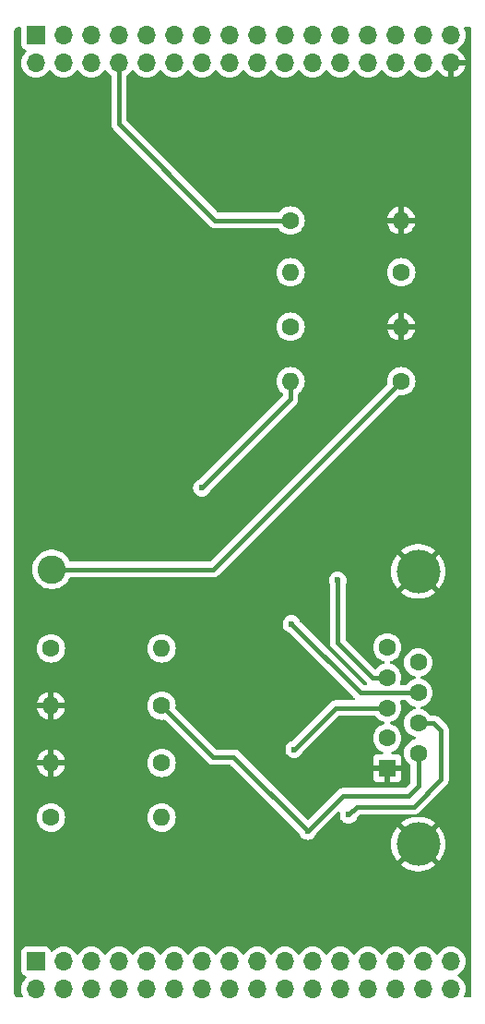
<source format=gbl>
G04 #@! TF.GenerationSoftware,KiCad,Pcbnew,8.0.7*
G04 #@! TF.CreationDate,2024-12-31T17:31:26-05:00*
G04 #@! TF.ProjectId,LauCameraTrigger_MimasA7,4c617543-616d-4657-9261-547269676765,rev?*
G04 #@! TF.SameCoordinates,Original*
G04 #@! TF.FileFunction,Copper,L2,Bot*
G04 #@! TF.FilePolarity,Positive*
%FSLAX46Y46*%
G04 Gerber Fmt 4.6, Leading zero omitted, Abs format (unit mm)*
G04 Created by KiCad (PCBNEW 8.0.7) date 2024-12-31 17:31:26*
%MOMM*%
%LPD*%
G01*
G04 APERTURE LIST*
G04 #@! TA.AperFunction,ComponentPad*
%ADD10C,2.600000*%
G04 #@! TD*
G04 #@! TA.AperFunction,ComponentPad*
%ADD11C,1.600000*%
G04 #@! TD*
G04 #@! TA.AperFunction,ComponentPad*
%ADD12O,1.600000X1.600000*%
G04 #@! TD*
G04 #@! TA.AperFunction,ComponentPad*
%ADD13R,1.700000X1.700000*%
G04 #@! TD*
G04 #@! TA.AperFunction,ComponentPad*
%ADD14O,1.700000X1.700000*%
G04 #@! TD*
G04 #@! TA.AperFunction,ComponentPad*
%ADD15R,1.600000X1.600000*%
G04 #@! TD*
G04 #@! TA.AperFunction,ComponentPad*
%ADD16C,4.000000*%
G04 #@! TD*
G04 #@! TA.AperFunction,ViaPad*
%ADD17C,0.600000*%
G04 #@! TD*
G04 #@! TA.AperFunction,Conductor*
%ADD18C,0.400000*%
G04 #@! TD*
G04 APERTURE END LIST*
D10*
X54000000Y-100250000D03*
D11*
X53920000Y-123000000D03*
D12*
X64080000Y-123000000D03*
X64080000Y-107500000D03*
D11*
X53920000Y-107500000D03*
X86080000Y-73000000D03*
D12*
X75920000Y-73000000D03*
D11*
X86080000Y-83000000D03*
D12*
X75920000Y-83000000D03*
D11*
X64080000Y-112750000D03*
D12*
X53920000Y-112750000D03*
D11*
X75920000Y-68250000D03*
D12*
X86080000Y-68250000D03*
D11*
X75920000Y-78000000D03*
D12*
X86080000Y-78000000D03*
D11*
X64080000Y-118000000D03*
D12*
X53920000Y-118000000D03*
D13*
X52540000Y-136190000D03*
D14*
X52540000Y-138730000D03*
X55080000Y-136190000D03*
X55080000Y-138730000D03*
X57620000Y-136190000D03*
X57620000Y-138730000D03*
X60160000Y-136190000D03*
X60160000Y-138730000D03*
X62700000Y-136190000D03*
X62700000Y-138730000D03*
X65240000Y-136190000D03*
X65240000Y-138730000D03*
X67780000Y-136190000D03*
X67780000Y-138730000D03*
X70320000Y-136190000D03*
X70320000Y-138730000D03*
X72860000Y-136190000D03*
X72860000Y-138730000D03*
X75400000Y-136190000D03*
X75400000Y-138730000D03*
X77940000Y-136190000D03*
X77940000Y-138730000D03*
X80480000Y-136190000D03*
X80480000Y-138730000D03*
X83020000Y-136190000D03*
X83020000Y-138730000D03*
X85560000Y-136190000D03*
X85560000Y-138730000D03*
X88100000Y-136190000D03*
X88100000Y-138730000D03*
X90640000Y-136190000D03*
X90640000Y-138730000D03*
D13*
X52540000Y-51270000D03*
D14*
X52540000Y-53810000D03*
X55080000Y-51270000D03*
X55080000Y-53810000D03*
X57620000Y-51270000D03*
X57620000Y-53810000D03*
X60160000Y-51270000D03*
X60160000Y-53810000D03*
X62700000Y-51270000D03*
X62700000Y-53810000D03*
X65240000Y-51270000D03*
X65240000Y-53810000D03*
X67780000Y-51270000D03*
X67780000Y-53810000D03*
X70320000Y-51270000D03*
X70320000Y-53810000D03*
X72860000Y-51270000D03*
X72860000Y-53810000D03*
X75400000Y-51270000D03*
X75400000Y-53810000D03*
X77940000Y-51270000D03*
X77940000Y-53810000D03*
X80480000Y-51270000D03*
X80480000Y-53810000D03*
X83020000Y-51270000D03*
X83020000Y-53810000D03*
X85560000Y-51270000D03*
X85560000Y-53810000D03*
X88100000Y-51270000D03*
X88100000Y-53810000D03*
X90640000Y-51270000D03*
X90640000Y-53810000D03*
D11*
X87640000Y-108785000D03*
X87640000Y-111555000D03*
X87640000Y-114325000D03*
X87640000Y-117095000D03*
X84800000Y-107400000D03*
X84800000Y-110170000D03*
X84800000Y-112940000D03*
X84800000Y-115710000D03*
D15*
X84800000Y-118480000D03*
D16*
X87640000Y-100440000D03*
X87640000Y-125440000D03*
D17*
X67780000Y-92780000D03*
X80250000Y-101250000D03*
X76000000Y-105250000D03*
X81250000Y-122750000D03*
X77500000Y-124250000D03*
X76250000Y-116750000D03*
D18*
X67780000Y-92780000D02*
X75920000Y-84640000D01*
X75920000Y-84640000D02*
X75920000Y-83000000D01*
X86080000Y-83000000D02*
X68830000Y-100250000D01*
X68830000Y-100250000D02*
X54000000Y-100250000D01*
X75920000Y-68250000D02*
X69000000Y-68250000D01*
X69000000Y-68250000D02*
X60160000Y-59410000D01*
X60160000Y-59410000D02*
X60160000Y-53810000D01*
X64080000Y-112750000D02*
X68780000Y-117450000D01*
X68780000Y-117450000D02*
X70700000Y-117450000D01*
X70700000Y-117450000D02*
X77500000Y-124250000D01*
X80250000Y-101250000D02*
X80250000Y-107000000D01*
X80250000Y-107000000D02*
X83420000Y-110170000D01*
X83420000Y-110170000D02*
X84800000Y-110170000D01*
X76000000Y-105250000D02*
X82305000Y-111555000D01*
X82305000Y-111555000D02*
X87640000Y-111555000D01*
X81250000Y-122750000D02*
X82000000Y-122000000D01*
X82000000Y-122000000D02*
X87250000Y-122000000D01*
X87250000Y-122000000D02*
X89750000Y-119500000D01*
X89750000Y-115000000D02*
X89075000Y-114325000D01*
X89750000Y-119500000D02*
X89750000Y-115000000D01*
X89075000Y-114325000D02*
X87640000Y-114325000D01*
X77500000Y-124250000D02*
X80750000Y-121000000D01*
X80750000Y-121000000D02*
X86750000Y-121000000D01*
X86750000Y-121000000D02*
X87640000Y-120110000D01*
X87640000Y-120110000D02*
X87640000Y-117095000D01*
X80060000Y-112940000D02*
X84800000Y-112940000D01*
X76250000Y-116750000D02*
X80060000Y-112940000D01*
G04 #@! TA.AperFunction,Conductor*
G36*
X51132539Y-50520185D02*
G01*
X51178294Y-50572989D01*
X51189500Y-50624500D01*
X51189500Y-52167870D01*
X51189501Y-52167876D01*
X51195908Y-52227483D01*
X51246202Y-52362328D01*
X51246206Y-52362335D01*
X51332452Y-52477544D01*
X51332455Y-52477547D01*
X51447664Y-52563793D01*
X51447671Y-52563797D01*
X51579081Y-52612810D01*
X51635015Y-52654681D01*
X51659432Y-52720145D01*
X51644580Y-52788418D01*
X51623430Y-52816673D01*
X51501503Y-52938600D01*
X51365965Y-53132169D01*
X51365964Y-53132171D01*
X51266098Y-53346335D01*
X51266094Y-53346344D01*
X51204938Y-53574586D01*
X51204936Y-53574596D01*
X51184341Y-53809999D01*
X51184341Y-53810000D01*
X51204936Y-54045403D01*
X51204938Y-54045413D01*
X51266094Y-54273655D01*
X51266096Y-54273659D01*
X51266097Y-54273663D01*
X51346004Y-54445023D01*
X51365965Y-54487830D01*
X51365967Y-54487834D01*
X51474281Y-54642521D01*
X51501505Y-54681401D01*
X51668599Y-54848495D01*
X51765384Y-54916265D01*
X51862165Y-54984032D01*
X51862167Y-54984033D01*
X51862170Y-54984035D01*
X52076337Y-55083903D01*
X52304592Y-55145063D01*
X52492918Y-55161539D01*
X52539999Y-55165659D01*
X52540000Y-55165659D01*
X52540001Y-55165659D01*
X52579234Y-55162226D01*
X52775408Y-55145063D01*
X53003663Y-55083903D01*
X53217830Y-54984035D01*
X53411401Y-54848495D01*
X53578495Y-54681401D01*
X53708425Y-54495842D01*
X53763002Y-54452217D01*
X53832500Y-54445023D01*
X53894855Y-54476546D01*
X53911575Y-54495842D01*
X54041500Y-54681395D01*
X54041505Y-54681401D01*
X54208599Y-54848495D01*
X54305384Y-54916265D01*
X54402165Y-54984032D01*
X54402167Y-54984033D01*
X54402170Y-54984035D01*
X54616337Y-55083903D01*
X54844592Y-55145063D01*
X55032918Y-55161539D01*
X55079999Y-55165659D01*
X55080000Y-55165659D01*
X55080001Y-55165659D01*
X55119234Y-55162226D01*
X55315408Y-55145063D01*
X55543663Y-55083903D01*
X55757830Y-54984035D01*
X55951401Y-54848495D01*
X56118495Y-54681401D01*
X56248425Y-54495842D01*
X56303002Y-54452217D01*
X56372500Y-54445023D01*
X56434855Y-54476546D01*
X56451575Y-54495842D01*
X56581500Y-54681395D01*
X56581505Y-54681401D01*
X56748599Y-54848495D01*
X56845384Y-54916265D01*
X56942165Y-54984032D01*
X56942167Y-54984033D01*
X56942170Y-54984035D01*
X57156337Y-55083903D01*
X57384592Y-55145063D01*
X57572918Y-55161539D01*
X57619999Y-55165659D01*
X57620000Y-55165659D01*
X57620001Y-55165659D01*
X57659234Y-55162226D01*
X57855408Y-55145063D01*
X58083663Y-55083903D01*
X58297830Y-54984035D01*
X58491401Y-54848495D01*
X58658495Y-54681401D01*
X58788425Y-54495842D01*
X58843002Y-54452217D01*
X58912500Y-54445023D01*
X58974855Y-54476546D01*
X58991575Y-54495842D01*
X59121501Y-54681396D01*
X59121506Y-54681402D01*
X59288597Y-54848494D01*
X59406623Y-54931136D01*
X59450248Y-54985713D01*
X59459500Y-55032711D01*
X59459500Y-59341006D01*
X59459500Y-59478994D01*
X59459500Y-59478996D01*
X59459499Y-59478996D01*
X59486418Y-59614322D01*
X59486421Y-59614332D01*
X59539222Y-59741807D01*
X59615887Y-59856545D01*
X68553454Y-68794112D01*
X68668192Y-68870777D01*
X68795667Y-68923578D01*
X68795672Y-68923580D01*
X68795676Y-68923580D01*
X68795677Y-68923581D01*
X68931003Y-68950500D01*
X68931006Y-68950500D01*
X68931007Y-68950500D01*
X74758327Y-68950500D01*
X74825366Y-68970185D01*
X74859902Y-69003377D01*
X74919954Y-69089141D01*
X75080858Y-69250045D01*
X75080861Y-69250047D01*
X75267266Y-69380568D01*
X75473504Y-69476739D01*
X75693308Y-69535635D01*
X75855230Y-69549801D01*
X75919998Y-69555468D01*
X75920000Y-69555468D01*
X75920002Y-69555468D01*
X75976673Y-69550509D01*
X76146692Y-69535635D01*
X76366496Y-69476739D01*
X76572734Y-69380568D01*
X76759139Y-69250047D01*
X76920047Y-69089139D01*
X77050568Y-68902734D01*
X77146739Y-68696496D01*
X77205635Y-68476692D01*
X77225468Y-68250000D01*
X77205635Y-68023308D01*
X77199389Y-67999999D01*
X84801127Y-67999999D01*
X84801128Y-68000000D01*
X85764314Y-68000000D01*
X85759920Y-68004394D01*
X85707259Y-68095606D01*
X85680000Y-68197339D01*
X85680000Y-68302661D01*
X85707259Y-68404394D01*
X85759920Y-68495606D01*
X85764314Y-68500000D01*
X84801128Y-68500000D01*
X84853730Y-68696317D01*
X84853734Y-68696326D01*
X84949865Y-68902482D01*
X85080342Y-69088820D01*
X85241179Y-69249657D01*
X85427517Y-69380134D01*
X85633673Y-69476265D01*
X85633682Y-69476269D01*
X85829999Y-69528872D01*
X85830000Y-69528871D01*
X85830000Y-68565686D01*
X85834394Y-68570080D01*
X85925606Y-68622741D01*
X86027339Y-68650000D01*
X86132661Y-68650000D01*
X86234394Y-68622741D01*
X86325606Y-68570080D01*
X86330000Y-68565686D01*
X86330000Y-69528872D01*
X86526317Y-69476269D01*
X86526326Y-69476265D01*
X86732482Y-69380134D01*
X86918820Y-69249657D01*
X87079657Y-69088820D01*
X87210134Y-68902482D01*
X87306265Y-68696326D01*
X87306269Y-68696317D01*
X87358872Y-68500000D01*
X86395686Y-68500000D01*
X86400080Y-68495606D01*
X86452741Y-68404394D01*
X86480000Y-68302661D01*
X86480000Y-68197339D01*
X86452741Y-68095606D01*
X86400080Y-68004394D01*
X86395686Y-68000000D01*
X87358872Y-68000000D01*
X87358872Y-67999999D01*
X87306269Y-67803682D01*
X87306265Y-67803673D01*
X87210134Y-67597517D01*
X87079657Y-67411179D01*
X86918820Y-67250342D01*
X86732482Y-67119865D01*
X86526328Y-67023734D01*
X86330000Y-66971127D01*
X86330000Y-67934314D01*
X86325606Y-67929920D01*
X86234394Y-67877259D01*
X86132661Y-67850000D01*
X86027339Y-67850000D01*
X85925606Y-67877259D01*
X85834394Y-67929920D01*
X85830000Y-67934314D01*
X85830000Y-66971127D01*
X85633671Y-67023734D01*
X85427517Y-67119865D01*
X85241179Y-67250342D01*
X85080342Y-67411179D01*
X84949865Y-67597517D01*
X84853734Y-67803673D01*
X84853730Y-67803682D01*
X84801127Y-67999999D01*
X77199389Y-67999999D01*
X77146739Y-67803504D01*
X77050568Y-67597266D01*
X76920047Y-67410861D01*
X76920045Y-67410858D01*
X76759141Y-67249954D01*
X76572734Y-67119432D01*
X76572732Y-67119431D01*
X76366497Y-67023261D01*
X76366488Y-67023258D01*
X76146697Y-66964366D01*
X76146693Y-66964365D01*
X76146692Y-66964365D01*
X76146691Y-66964364D01*
X76146686Y-66964364D01*
X75920002Y-66944532D01*
X75919998Y-66944532D01*
X75693313Y-66964364D01*
X75693302Y-66964366D01*
X75473511Y-67023258D01*
X75473502Y-67023261D01*
X75267267Y-67119431D01*
X75267265Y-67119432D01*
X75080858Y-67249954D01*
X74919954Y-67410858D01*
X74859902Y-67496623D01*
X74805325Y-67540248D01*
X74758327Y-67549500D01*
X69341519Y-67549500D01*
X69274480Y-67529815D01*
X69253838Y-67513181D01*
X60896819Y-59156162D01*
X60863334Y-59094839D01*
X60860500Y-59068481D01*
X60860500Y-55032711D01*
X60880185Y-54965672D01*
X60913377Y-54931136D01*
X61031401Y-54848495D01*
X61198495Y-54681401D01*
X61328425Y-54495842D01*
X61383002Y-54452217D01*
X61452500Y-54445023D01*
X61514855Y-54476546D01*
X61531575Y-54495842D01*
X61661500Y-54681395D01*
X61661505Y-54681401D01*
X61828599Y-54848495D01*
X61925384Y-54916265D01*
X62022165Y-54984032D01*
X62022167Y-54984033D01*
X62022170Y-54984035D01*
X62236337Y-55083903D01*
X62464592Y-55145063D01*
X62652918Y-55161539D01*
X62699999Y-55165659D01*
X62700000Y-55165659D01*
X62700001Y-55165659D01*
X62739234Y-55162226D01*
X62935408Y-55145063D01*
X63163663Y-55083903D01*
X63377830Y-54984035D01*
X63571401Y-54848495D01*
X63738495Y-54681401D01*
X63868425Y-54495842D01*
X63923002Y-54452217D01*
X63992500Y-54445023D01*
X64054855Y-54476546D01*
X64071575Y-54495842D01*
X64201500Y-54681395D01*
X64201505Y-54681401D01*
X64368599Y-54848495D01*
X64465384Y-54916265D01*
X64562165Y-54984032D01*
X64562167Y-54984033D01*
X64562170Y-54984035D01*
X64776337Y-55083903D01*
X65004592Y-55145063D01*
X65192918Y-55161539D01*
X65239999Y-55165659D01*
X65240000Y-55165659D01*
X65240001Y-55165659D01*
X65279234Y-55162226D01*
X65475408Y-55145063D01*
X65703663Y-55083903D01*
X65917830Y-54984035D01*
X66111401Y-54848495D01*
X66278495Y-54681401D01*
X66408425Y-54495842D01*
X66463002Y-54452217D01*
X66532500Y-54445023D01*
X66594855Y-54476546D01*
X66611575Y-54495842D01*
X66741500Y-54681395D01*
X66741505Y-54681401D01*
X66908599Y-54848495D01*
X67005384Y-54916265D01*
X67102165Y-54984032D01*
X67102167Y-54984033D01*
X67102170Y-54984035D01*
X67316337Y-55083903D01*
X67544592Y-55145063D01*
X67732918Y-55161539D01*
X67779999Y-55165659D01*
X67780000Y-55165659D01*
X67780001Y-55165659D01*
X67819234Y-55162226D01*
X68015408Y-55145063D01*
X68243663Y-55083903D01*
X68457830Y-54984035D01*
X68651401Y-54848495D01*
X68818495Y-54681401D01*
X68948425Y-54495842D01*
X69003002Y-54452217D01*
X69072500Y-54445023D01*
X69134855Y-54476546D01*
X69151575Y-54495842D01*
X69281500Y-54681395D01*
X69281505Y-54681401D01*
X69448599Y-54848495D01*
X69545384Y-54916265D01*
X69642165Y-54984032D01*
X69642167Y-54984033D01*
X69642170Y-54984035D01*
X69856337Y-55083903D01*
X70084592Y-55145063D01*
X70272918Y-55161539D01*
X70319999Y-55165659D01*
X70320000Y-55165659D01*
X70320001Y-55165659D01*
X70359234Y-55162226D01*
X70555408Y-55145063D01*
X70783663Y-55083903D01*
X70997830Y-54984035D01*
X71191401Y-54848495D01*
X71358495Y-54681401D01*
X71488425Y-54495842D01*
X71543002Y-54452217D01*
X71612500Y-54445023D01*
X71674855Y-54476546D01*
X71691575Y-54495842D01*
X71821500Y-54681395D01*
X71821505Y-54681401D01*
X71988599Y-54848495D01*
X72085384Y-54916265D01*
X72182165Y-54984032D01*
X72182167Y-54984033D01*
X72182170Y-54984035D01*
X72396337Y-55083903D01*
X72624592Y-55145063D01*
X72812918Y-55161539D01*
X72859999Y-55165659D01*
X72860000Y-55165659D01*
X72860001Y-55165659D01*
X72899234Y-55162226D01*
X73095408Y-55145063D01*
X73323663Y-55083903D01*
X73537830Y-54984035D01*
X73731401Y-54848495D01*
X73898495Y-54681401D01*
X74028425Y-54495842D01*
X74083002Y-54452217D01*
X74152500Y-54445023D01*
X74214855Y-54476546D01*
X74231575Y-54495842D01*
X74361500Y-54681395D01*
X74361505Y-54681401D01*
X74528599Y-54848495D01*
X74625384Y-54916265D01*
X74722165Y-54984032D01*
X74722167Y-54984033D01*
X74722170Y-54984035D01*
X74936337Y-55083903D01*
X75164592Y-55145063D01*
X75352918Y-55161539D01*
X75399999Y-55165659D01*
X75400000Y-55165659D01*
X75400001Y-55165659D01*
X75439234Y-55162226D01*
X75635408Y-55145063D01*
X75863663Y-55083903D01*
X76077830Y-54984035D01*
X76271401Y-54848495D01*
X76438495Y-54681401D01*
X76568425Y-54495842D01*
X76623002Y-54452217D01*
X76692500Y-54445023D01*
X76754855Y-54476546D01*
X76771575Y-54495842D01*
X76901500Y-54681395D01*
X76901505Y-54681401D01*
X77068599Y-54848495D01*
X77165384Y-54916265D01*
X77262165Y-54984032D01*
X77262167Y-54984033D01*
X77262170Y-54984035D01*
X77476337Y-55083903D01*
X77704592Y-55145063D01*
X77892918Y-55161539D01*
X77939999Y-55165659D01*
X77940000Y-55165659D01*
X77940001Y-55165659D01*
X77979234Y-55162226D01*
X78175408Y-55145063D01*
X78403663Y-55083903D01*
X78617830Y-54984035D01*
X78811401Y-54848495D01*
X78978495Y-54681401D01*
X79108425Y-54495842D01*
X79163002Y-54452217D01*
X79232500Y-54445023D01*
X79294855Y-54476546D01*
X79311575Y-54495842D01*
X79441500Y-54681395D01*
X79441505Y-54681401D01*
X79608599Y-54848495D01*
X79705384Y-54916265D01*
X79802165Y-54984032D01*
X79802167Y-54984033D01*
X79802170Y-54984035D01*
X80016337Y-55083903D01*
X80244592Y-55145063D01*
X80432918Y-55161539D01*
X80479999Y-55165659D01*
X80480000Y-55165659D01*
X80480001Y-55165659D01*
X80519234Y-55162226D01*
X80715408Y-55145063D01*
X80943663Y-55083903D01*
X81157830Y-54984035D01*
X81351401Y-54848495D01*
X81518495Y-54681401D01*
X81648425Y-54495842D01*
X81703002Y-54452217D01*
X81772500Y-54445023D01*
X81834855Y-54476546D01*
X81851575Y-54495842D01*
X81981500Y-54681395D01*
X81981505Y-54681401D01*
X82148599Y-54848495D01*
X82245384Y-54916265D01*
X82342165Y-54984032D01*
X82342167Y-54984033D01*
X82342170Y-54984035D01*
X82556337Y-55083903D01*
X82784592Y-55145063D01*
X82972918Y-55161539D01*
X83019999Y-55165659D01*
X83020000Y-55165659D01*
X83020001Y-55165659D01*
X83059234Y-55162226D01*
X83255408Y-55145063D01*
X83483663Y-55083903D01*
X83697830Y-54984035D01*
X83891401Y-54848495D01*
X84058495Y-54681401D01*
X84188425Y-54495842D01*
X84243002Y-54452217D01*
X84312500Y-54445023D01*
X84374855Y-54476546D01*
X84391575Y-54495842D01*
X84521500Y-54681395D01*
X84521505Y-54681401D01*
X84688599Y-54848495D01*
X84785384Y-54916265D01*
X84882165Y-54984032D01*
X84882167Y-54984033D01*
X84882170Y-54984035D01*
X85096337Y-55083903D01*
X85324592Y-55145063D01*
X85512918Y-55161539D01*
X85559999Y-55165659D01*
X85560000Y-55165659D01*
X85560001Y-55165659D01*
X85599234Y-55162226D01*
X85795408Y-55145063D01*
X86023663Y-55083903D01*
X86237830Y-54984035D01*
X86431401Y-54848495D01*
X86598495Y-54681401D01*
X86728425Y-54495842D01*
X86783002Y-54452217D01*
X86852500Y-54445023D01*
X86914855Y-54476546D01*
X86931575Y-54495842D01*
X87061500Y-54681395D01*
X87061505Y-54681401D01*
X87228599Y-54848495D01*
X87325384Y-54916265D01*
X87422165Y-54984032D01*
X87422167Y-54984033D01*
X87422170Y-54984035D01*
X87636337Y-55083903D01*
X87864592Y-55145063D01*
X88052918Y-55161539D01*
X88099999Y-55165659D01*
X88100000Y-55165659D01*
X88100001Y-55165659D01*
X88139234Y-55162226D01*
X88335408Y-55145063D01*
X88563663Y-55083903D01*
X88777830Y-54984035D01*
X88971401Y-54848495D01*
X89138495Y-54681401D01*
X89268730Y-54495405D01*
X89323307Y-54451781D01*
X89392805Y-54444587D01*
X89455160Y-54476110D01*
X89471879Y-54495405D01*
X89601890Y-54681078D01*
X89768917Y-54848105D01*
X89962421Y-54983600D01*
X90176507Y-55083429D01*
X90176516Y-55083433D01*
X90390000Y-55140634D01*
X90390000Y-54243012D01*
X90447007Y-54275925D01*
X90574174Y-54310000D01*
X90705826Y-54310000D01*
X90832993Y-54275925D01*
X90890000Y-54243012D01*
X90890000Y-55140633D01*
X91103483Y-55083433D01*
X91103492Y-55083429D01*
X91317578Y-54983600D01*
X91511082Y-54848105D01*
X91678105Y-54681082D01*
X91813600Y-54487578D01*
X91913429Y-54273492D01*
X91913432Y-54273486D01*
X91970636Y-54060000D01*
X91073012Y-54060000D01*
X91105925Y-54002993D01*
X91140000Y-53875826D01*
X91140000Y-53744174D01*
X91105925Y-53617007D01*
X91073012Y-53560000D01*
X91970636Y-53560000D01*
X91970635Y-53559999D01*
X91913432Y-53346513D01*
X91913429Y-53346507D01*
X91813600Y-53132422D01*
X91813599Y-53132420D01*
X91678113Y-52938926D01*
X91678108Y-52938920D01*
X91511078Y-52771890D01*
X91325405Y-52641879D01*
X91281780Y-52587302D01*
X91274588Y-52517804D01*
X91306110Y-52455449D01*
X91325406Y-52438730D01*
X91325842Y-52438425D01*
X91511401Y-52308495D01*
X91678495Y-52141401D01*
X91814035Y-51947830D01*
X91913903Y-51733663D01*
X91975063Y-51505408D01*
X91995659Y-51270000D01*
X91975063Y-51034592D01*
X91913903Y-50806337D01*
X91853546Y-50676903D01*
X91843055Y-50607828D01*
X91871574Y-50544044D01*
X91930051Y-50505804D01*
X91965929Y-50500500D01*
X92375500Y-50500500D01*
X92442539Y-50520185D01*
X92488294Y-50572989D01*
X92499500Y-50624500D01*
X92499500Y-139375500D01*
X92479815Y-139442539D01*
X92427011Y-139488294D01*
X92375500Y-139499500D01*
X91965929Y-139499500D01*
X91898890Y-139479815D01*
X91853135Y-139427011D01*
X91843191Y-139357853D01*
X91853545Y-139323099D01*
X91913903Y-139193663D01*
X91975063Y-138965408D01*
X91995659Y-138730000D01*
X91975063Y-138494592D01*
X91913903Y-138266337D01*
X91814035Y-138052171D01*
X91808425Y-138044158D01*
X91678494Y-137858597D01*
X91511402Y-137691506D01*
X91511396Y-137691501D01*
X91325842Y-137561575D01*
X91282217Y-137506998D01*
X91275023Y-137437500D01*
X91306546Y-137375145D01*
X91325842Y-137358425D01*
X91348026Y-137342891D01*
X91511401Y-137228495D01*
X91678495Y-137061401D01*
X91814035Y-136867830D01*
X91913903Y-136653663D01*
X91975063Y-136425408D01*
X91995659Y-136190000D01*
X91975063Y-135954592D01*
X91913903Y-135726337D01*
X91814035Y-135512171D01*
X91808425Y-135504158D01*
X91678494Y-135318597D01*
X91511402Y-135151506D01*
X91511395Y-135151501D01*
X91317834Y-135015967D01*
X91317830Y-135015965D01*
X91317828Y-135015964D01*
X91103663Y-134916097D01*
X91103659Y-134916096D01*
X91103655Y-134916094D01*
X90875413Y-134854938D01*
X90875403Y-134854936D01*
X90640001Y-134834341D01*
X90639999Y-134834341D01*
X90404596Y-134854936D01*
X90404586Y-134854938D01*
X90176344Y-134916094D01*
X90176335Y-134916098D01*
X89962171Y-135015964D01*
X89962169Y-135015965D01*
X89768597Y-135151505D01*
X89601505Y-135318597D01*
X89471575Y-135504158D01*
X89416998Y-135547783D01*
X89347500Y-135554977D01*
X89285145Y-135523454D01*
X89268425Y-135504158D01*
X89138494Y-135318597D01*
X88971402Y-135151506D01*
X88971395Y-135151501D01*
X88777834Y-135015967D01*
X88777830Y-135015965D01*
X88777828Y-135015964D01*
X88563663Y-134916097D01*
X88563659Y-134916096D01*
X88563655Y-134916094D01*
X88335413Y-134854938D01*
X88335403Y-134854936D01*
X88100001Y-134834341D01*
X88099999Y-134834341D01*
X87864596Y-134854936D01*
X87864586Y-134854938D01*
X87636344Y-134916094D01*
X87636335Y-134916098D01*
X87422171Y-135015964D01*
X87422169Y-135015965D01*
X87228597Y-135151505D01*
X87061505Y-135318597D01*
X86931575Y-135504158D01*
X86876998Y-135547783D01*
X86807500Y-135554977D01*
X86745145Y-135523454D01*
X86728425Y-135504158D01*
X86598494Y-135318597D01*
X86431402Y-135151506D01*
X86431395Y-135151501D01*
X86237834Y-135015967D01*
X86237830Y-135015965D01*
X86237828Y-135015964D01*
X86023663Y-134916097D01*
X86023659Y-134916096D01*
X86023655Y-134916094D01*
X85795413Y-134854938D01*
X85795403Y-134854936D01*
X85560001Y-134834341D01*
X85559999Y-134834341D01*
X85324596Y-134854936D01*
X85324586Y-134854938D01*
X85096344Y-134916094D01*
X85096335Y-134916098D01*
X84882171Y-135015964D01*
X84882169Y-135015965D01*
X84688597Y-135151505D01*
X84521505Y-135318597D01*
X84391575Y-135504158D01*
X84336998Y-135547783D01*
X84267500Y-135554977D01*
X84205145Y-135523454D01*
X84188425Y-135504158D01*
X84058494Y-135318597D01*
X83891402Y-135151506D01*
X83891395Y-135151501D01*
X83697834Y-135015967D01*
X83697830Y-135015965D01*
X83697828Y-135015964D01*
X83483663Y-134916097D01*
X83483659Y-134916096D01*
X83483655Y-134916094D01*
X83255413Y-134854938D01*
X83255403Y-134854936D01*
X83020001Y-134834341D01*
X83019999Y-134834341D01*
X82784596Y-134854936D01*
X82784586Y-134854938D01*
X82556344Y-134916094D01*
X82556335Y-134916098D01*
X82342171Y-135015964D01*
X82342169Y-135015965D01*
X82148597Y-135151505D01*
X81981505Y-135318597D01*
X81851575Y-135504158D01*
X81796998Y-135547783D01*
X81727500Y-135554977D01*
X81665145Y-135523454D01*
X81648425Y-135504158D01*
X81518494Y-135318597D01*
X81351402Y-135151506D01*
X81351395Y-135151501D01*
X81157834Y-135015967D01*
X81157830Y-135015965D01*
X81157828Y-135015964D01*
X80943663Y-134916097D01*
X80943659Y-134916096D01*
X80943655Y-134916094D01*
X80715413Y-134854938D01*
X80715403Y-134854936D01*
X80480001Y-134834341D01*
X80479999Y-134834341D01*
X80244596Y-134854936D01*
X80244586Y-134854938D01*
X80016344Y-134916094D01*
X80016335Y-134916098D01*
X79802171Y-135015964D01*
X79802169Y-135015965D01*
X79608597Y-135151505D01*
X79441505Y-135318597D01*
X79311575Y-135504158D01*
X79256998Y-135547783D01*
X79187500Y-135554977D01*
X79125145Y-135523454D01*
X79108425Y-135504158D01*
X78978494Y-135318597D01*
X78811402Y-135151506D01*
X78811395Y-135151501D01*
X78617834Y-135015967D01*
X78617830Y-135015965D01*
X78617828Y-135015964D01*
X78403663Y-134916097D01*
X78403659Y-134916096D01*
X78403655Y-134916094D01*
X78175413Y-134854938D01*
X78175403Y-134854936D01*
X77940001Y-134834341D01*
X77939999Y-134834341D01*
X77704596Y-134854936D01*
X77704586Y-134854938D01*
X77476344Y-134916094D01*
X77476335Y-134916098D01*
X77262171Y-135015964D01*
X77262169Y-135015965D01*
X77068597Y-135151505D01*
X76901505Y-135318597D01*
X76771575Y-135504158D01*
X76716998Y-135547783D01*
X76647500Y-135554977D01*
X76585145Y-135523454D01*
X76568425Y-135504158D01*
X76438494Y-135318597D01*
X76271402Y-135151506D01*
X76271395Y-135151501D01*
X76077834Y-135015967D01*
X76077830Y-135015965D01*
X76077828Y-135015964D01*
X75863663Y-134916097D01*
X75863659Y-134916096D01*
X75863655Y-134916094D01*
X75635413Y-134854938D01*
X75635403Y-134854936D01*
X75400001Y-134834341D01*
X75399999Y-134834341D01*
X75164596Y-134854936D01*
X75164586Y-134854938D01*
X74936344Y-134916094D01*
X74936335Y-134916098D01*
X74722171Y-135015964D01*
X74722169Y-135015965D01*
X74528597Y-135151505D01*
X74361505Y-135318597D01*
X74231575Y-135504158D01*
X74176998Y-135547783D01*
X74107500Y-135554977D01*
X74045145Y-135523454D01*
X74028425Y-135504158D01*
X73898494Y-135318597D01*
X73731402Y-135151506D01*
X73731395Y-135151501D01*
X73537834Y-135015967D01*
X73537830Y-135015965D01*
X73537828Y-135015964D01*
X73323663Y-134916097D01*
X73323659Y-134916096D01*
X73323655Y-134916094D01*
X73095413Y-134854938D01*
X73095403Y-134854936D01*
X72860001Y-134834341D01*
X72859999Y-134834341D01*
X72624596Y-134854936D01*
X72624586Y-134854938D01*
X72396344Y-134916094D01*
X72396335Y-134916098D01*
X72182171Y-135015964D01*
X72182169Y-135015965D01*
X71988597Y-135151505D01*
X71821505Y-135318597D01*
X71691575Y-135504158D01*
X71636998Y-135547783D01*
X71567500Y-135554977D01*
X71505145Y-135523454D01*
X71488425Y-135504158D01*
X71358494Y-135318597D01*
X71191402Y-135151506D01*
X71191395Y-135151501D01*
X70997834Y-135015967D01*
X70997830Y-135015965D01*
X70997828Y-135015964D01*
X70783663Y-134916097D01*
X70783659Y-134916096D01*
X70783655Y-134916094D01*
X70555413Y-134854938D01*
X70555403Y-134854936D01*
X70320001Y-134834341D01*
X70319999Y-134834341D01*
X70084596Y-134854936D01*
X70084586Y-134854938D01*
X69856344Y-134916094D01*
X69856335Y-134916098D01*
X69642171Y-135015964D01*
X69642169Y-135015965D01*
X69448597Y-135151505D01*
X69281505Y-135318597D01*
X69151575Y-135504158D01*
X69096998Y-135547783D01*
X69027500Y-135554977D01*
X68965145Y-135523454D01*
X68948425Y-135504158D01*
X68818494Y-135318597D01*
X68651402Y-135151506D01*
X68651395Y-135151501D01*
X68457834Y-135015967D01*
X68457830Y-135015965D01*
X68457828Y-135015964D01*
X68243663Y-134916097D01*
X68243659Y-134916096D01*
X68243655Y-134916094D01*
X68015413Y-134854938D01*
X68015403Y-134854936D01*
X67780001Y-134834341D01*
X67779999Y-134834341D01*
X67544596Y-134854936D01*
X67544586Y-134854938D01*
X67316344Y-134916094D01*
X67316335Y-134916098D01*
X67102171Y-135015964D01*
X67102169Y-135015965D01*
X66908597Y-135151505D01*
X66741505Y-135318597D01*
X66611575Y-135504158D01*
X66556998Y-135547783D01*
X66487500Y-135554977D01*
X66425145Y-135523454D01*
X66408425Y-135504158D01*
X66278494Y-135318597D01*
X66111402Y-135151506D01*
X66111395Y-135151501D01*
X65917834Y-135015967D01*
X65917830Y-135015965D01*
X65917828Y-135015964D01*
X65703663Y-134916097D01*
X65703659Y-134916096D01*
X65703655Y-134916094D01*
X65475413Y-134854938D01*
X65475403Y-134854936D01*
X65240001Y-134834341D01*
X65239999Y-134834341D01*
X65004596Y-134854936D01*
X65004586Y-134854938D01*
X64776344Y-134916094D01*
X64776335Y-134916098D01*
X64562171Y-135015964D01*
X64562169Y-135015965D01*
X64368597Y-135151505D01*
X64201505Y-135318597D01*
X64071575Y-135504158D01*
X64016998Y-135547783D01*
X63947500Y-135554977D01*
X63885145Y-135523454D01*
X63868425Y-135504158D01*
X63738494Y-135318597D01*
X63571402Y-135151506D01*
X63571395Y-135151501D01*
X63377834Y-135015967D01*
X63377830Y-135015965D01*
X63377828Y-135015964D01*
X63163663Y-134916097D01*
X63163659Y-134916096D01*
X63163655Y-134916094D01*
X62935413Y-134854938D01*
X62935403Y-134854936D01*
X62700001Y-134834341D01*
X62699999Y-134834341D01*
X62464596Y-134854936D01*
X62464586Y-134854938D01*
X62236344Y-134916094D01*
X62236335Y-134916098D01*
X62022171Y-135015964D01*
X62022169Y-135015965D01*
X61828597Y-135151505D01*
X61661505Y-135318597D01*
X61531575Y-135504158D01*
X61476998Y-135547783D01*
X61407500Y-135554977D01*
X61345145Y-135523454D01*
X61328425Y-135504158D01*
X61198494Y-135318597D01*
X61031402Y-135151506D01*
X61031395Y-135151501D01*
X60837834Y-135015967D01*
X60837830Y-135015965D01*
X60837828Y-135015964D01*
X60623663Y-134916097D01*
X60623659Y-134916096D01*
X60623655Y-134916094D01*
X60395413Y-134854938D01*
X60395403Y-134854936D01*
X60160001Y-134834341D01*
X60159999Y-134834341D01*
X59924596Y-134854936D01*
X59924586Y-134854938D01*
X59696344Y-134916094D01*
X59696335Y-134916098D01*
X59482171Y-135015964D01*
X59482169Y-135015965D01*
X59288597Y-135151505D01*
X59121505Y-135318597D01*
X58991575Y-135504158D01*
X58936998Y-135547783D01*
X58867500Y-135554977D01*
X58805145Y-135523454D01*
X58788425Y-135504158D01*
X58658494Y-135318597D01*
X58491402Y-135151506D01*
X58491395Y-135151501D01*
X58297834Y-135015967D01*
X58297830Y-135015965D01*
X58297828Y-135015964D01*
X58083663Y-134916097D01*
X58083659Y-134916096D01*
X58083655Y-134916094D01*
X57855413Y-134854938D01*
X57855403Y-134854936D01*
X57620001Y-134834341D01*
X57619999Y-134834341D01*
X57384596Y-134854936D01*
X57384586Y-134854938D01*
X57156344Y-134916094D01*
X57156335Y-134916098D01*
X56942171Y-135015964D01*
X56942169Y-135015965D01*
X56748597Y-135151505D01*
X56581505Y-135318597D01*
X56451575Y-135504158D01*
X56396998Y-135547783D01*
X56327500Y-135554977D01*
X56265145Y-135523454D01*
X56248425Y-135504158D01*
X56118494Y-135318597D01*
X55951402Y-135151506D01*
X55951395Y-135151501D01*
X55757834Y-135015967D01*
X55757830Y-135015965D01*
X55757828Y-135015964D01*
X55543663Y-134916097D01*
X55543659Y-134916096D01*
X55543655Y-134916094D01*
X55315413Y-134854938D01*
X55315403Y-134854936D01*
X55080001Y-134834341D01*
X55079999Y-134834341D01*
X54844596Y-134854936D01*
X54844586Y-134854938D01*
X54616344Y-134916094D01*
X54616335Y-134916098D01*
X54402171Y-135015964D01*
X54402169Y-135015965D01*
X54208600Y-135151503D01*
X54086673Y-135273430D01*
X54025350Y-135306914D01*
X53955658Y-135301930D01*
X53899725Y-135260058D01*
X53882810Y-135229081D01*
X53833797Y-135097671D01*
X53833793Y-135097664D01*
X53747547Y-134982455D01*
X53747544Y-134982452D01*
X53632335Y-134896206D01*
X53632328Y-134896202D01*
X53497482Y-134845908D01*
X53497483Y-134845908D01*
X53437883Y-134839501D01*
X53437881Y-134839500D01*
X53437873Y-134839500D01*
X53437864Y-134839500D01*
X51642129Y-134839500D01*
X51642123Y-134839501D01*
X51582516Y-134845908D01*
X51447671Y-134896202D01*
X51447664Y-134896206D01*
X51332455Y-134982452D01*
X51332452Y-134982455D01*
X51246206Y-135097664D01*
X51246202Y-135097671D01*
X51195908Y-135232517D01*
X51189501Y-135292116D01*
X51189500Y-135292135D01*
X51189500Y-137087870D01*
X51189501Y-137087876D01*
X51195908Y-137147483D01*
X51246202Y-137282328D01*
X51246206Y-137282335D01*
X51332452Y-137397544D01*
X51332455Y-137397547D01*
X51447664Y-137483793D01*
X51447671Y-137483797D01*
X51579081Y-137532810D01*
X51635015Y-137574681D01*
X51659432Y-137640145D01*
X51644580Y-137708418D01*
X51623430Y-137736673D01*
X51501503Y-137858600D01*
X51365965Y-138052169D01*
X51365964Y-138052171D01*
X51266098Y-138266335D01*
X51266094Y-138266344D01*
X51204938Y-138494586D01*
X51204936Y-138494596D01*
X51184341Y-138729999D01*
X51184341Y-138730000D01*
X51204936Y-138965403D01*
X51204938Y-138965413D01*
X51266094Y-139193655D01*
X51266097Y-139193664D01*
X51270701Y-139203537D01*
X51326453Y-139323097D01*
X51336945Y-139392172D01*
X51308426Y-139455956D01*
X51249949Y-139494196D01*
X51214071Y-139499500D01*
X51006962Y-139499500D01*
X50993078Y-139498720D01*
X50980553Y-139497308D01*
X50902735Y-139488540D01*
X50875666Y-139482362D01*
X50796462Y-139454648D01*
X50771444Y-139442600D01*
X50700395Y-139397957D01*
X50678686Y-139380644D01*
X50619355Y-139321313D01*
X50602042Y-139299604D01*
X50557399Y-139228555D01*
X50545351Y-139203537D01*
X50544824Y-139202032D01*
X50517636Y-139124331D01*
X50511459Y-139097263D01*
X50501280Y-139006922D01*
X50500500Y-138993038D01*
X50500500Y-125439994D01*
X85135057Y-125439994D01*
X85135057Y-125440005D01*
X85154807Y-125753942D01*
X85154808Y-125753949D01*
X85213755Y-126062958D01*
X85310963Y-126362132D01*
X85310965Y-126362137D01*
X85444900Y-126646761D01*
X85444903Y-126646767D01*
X85613452Y-126912359D01*
X85704286Y-127022158D01*
X86345747Y-126380697D01*
X86419588Y-126482330D01*
X86597670Y-126660412D01*
X86699300Y-126734251D01*
X86054972Y-127378579D01*
X86297780Y-127554990D01*
X86297790Y-127554996D01*
X86573447Y-127706540D01*
X86573455Y-127706544D01*
X86865926Y-127822340D01*
X87170620Y-127900573D01*
X87170629Y-127900575D01*
X87482701Y-127939999D01*
X87482715Y-127940000D01*
X87797285Y-127940000D01*
X87797298Y-127939999D01*
X88109370Y-127900575D01*
X88109379Y-127900573D01*
X88414073Y-127822340D01*
X88706544Y-127706544D01*
X88706552Y-127706540D01*
X88982203Y-127555000D01*
X88982214Y-127554993D01*
X89225025Y-127378579D01*
X89225026Y-127378579D01*
X88580698Y-126734251D01*
X88682330Y-126660412D01*
X88860412Y-126482330D01*
X88934252Y-126380698D01*
X89575712Y-127022158D01*
X89666544Y-126912364D01*
X89835096Y-126646767D01*
X89835099Y-126646761D01*
X89969034Y-126362137D01*
X89969036Y-126362132D01*
X90066244Y-126062958D01*
X90125191Y-125753949D01*
X90125192Y-125753942D01*
X90144943Y-125440005D01*
X90144943Y-125439994D01*
X90125192Y-125126057D01*
X90125191Y-125126050D01*
X90066244Y-124817041D01*
X89969036Y-124517867D01*
X89969034Y-124517862D01*
X89835099Y-124233238D01*
X89835096Y-124233232D01*
X89666544Y-123967635D01*
X89575712Y-123857839D01*
X88934251Y-124499300D01*
X88860412Y-124397670D01*
X88682330Y-124219588D01*
X88580697Y-124145747D01*
X89225026Y-123501419D01*
X88982219Y-123325009D01*
X88982209Y-123325003D01*
X88706552Y-123173459D01*
X88706544Y-123173455D01*
X88414073Y-123057659D01*
X88109379Y-122979426D01*
X88109370Y-122979424D01*
X87797298Y-122940000D01*
X87482701Y-122940000D01*
X87170629Y-122979424D01*
X87170620Y-122979426D01*
X86865926Y-123057659D01*
X86573455Y-123173455D01*
X86573447Y-123173459D01*
X86297790Y-123325003D01*
X86297772Y-123325014D01*
X86054973Y-123501417D01*
X86054972Y-123501419D01*
X86699301Y-124145748D01*
X86597670Y-124219588D01*
X86419588Y-124397670D01*
X86345748Y-124499301D01*
X85704286Y-123857839D01*
X85613460Y-123967628D01*
X85613457Y-123967632D01*
X85444903Y-124233232D01*
X85444900Y-124233238D01*
X85310965Y-124517862D01*
X85310963Y-124517867D01*
X85213755Y-124817041D01*
X85154808Y-125126050D01*
X85154807Y-125126057D01*
X85135057Y-125439994D01*
X50500500Y-125439994D01*
X50500500Y-122999998D01*
X52614532Y-122999998D01*
X52614532Y-123000001D01*
X52634364Y-123226686D01*
X52634366Y-123226697D01*
X52693258Y-123446488D01*
X52693261Y-123446497D01*
X52789431Y-123652732D01*
X52789432Y-123652734D01*
X52919954Y-123839141D01*
X53080858Y-124000045D01*
X53080861Y-124000047D01*
X53267266Y-124130568D01*
X53473504Y-124226739D01*
X53473509Y-124226740D01*
X53473511Y-124226741D01*
X53526415Y-124240916D01*
X53693308Y-124285635D01*
X53855230Y-124299801D01*
X53919998Y-124305468D01*
X53920000Y-124305468D01*
X53920002Y-124305468D01*
X53976673Y-124300509D01*
X54146692Y-124285635D01*
X54366496Y-124226739D01*
X54572734Y-124130568D01*
X54759139Y-124000047D01*
X54920047Y-123839139D01*
X55050568Y-123652734D01*
X55146739Y-123446496D01*
X55205635Y-123226692D01*
X55225468Y-123000000D01*
X55225468Y-122999998D01*
X62774532Y-122999998D01*
X62774532Y-123000001D01*
X62794364Y-123226686D01*
X62794366Y-123226697D01*
X62853258Y-123446488D01*
X62853261Y-123446497D01*
X62949431Y-123652732D01*
X62949432Y-123652734D01*
X63079954Y-123839141D01*
X63240858Y-124000045D01*
X63240861Y-124000047D01*
X63427266Y-124130568D01*
X63633504Y-124226739D01*
X63633509Y-124226740D01*
X63633511Y-124226741D01*
X63686415Y-124240916D01*
X63853308Y-124285635D01*
X64015230Y-124299801D01*
X64079998Y-124305468D01*
X64080000Y-124305468D01*
X64080002Y-124305468D01*
X64136673Y-124300509D01*
X64306692Y-124285635D01*
X64526496Y-124226739D01*
X64732734Y-124130568D01*
X64919139Y-124000047D01*
X65080047Y-123839139D01*
X65210568Y-123652734D01*
X65306739Y-123446496D01*
X65365635Y-123226692D01*
X65385468Y-123000000D01*
X65385119Y-122996016D01*
X65365635Y-122773313D01*
X65365635Y-122773308D01*
X65306739Y-122553504D01*
X65210568Y-122347266D01*
X65080047Y-122160861D01*
X65080045Y-122160858D01*
X64919141Y-121999954D01*
X64732734Y-121869432D01*
X64732732Y-121869431D01*
X64526497Y-121773261D01*
X64526488Y-121773258D01*
X64306697Y-121714366D01*
X64306693Y-121714365D01*
X64306692Y-121714365D01*
X64306691Y-121714364D01*
X64306686Y-121714364D01*
X64080002Y-121694532D01*
X64079998Y-121694532D01*
X63853313Y-121714364D01*
X63853302Y-121714366D01*
X63633511Y-121773258D01*
X63633502Y-121773261D01*
X63427267Y-121869431D01*
X63427265Y-121869432D01*
X63240858Y-121999954D01*
X63079954Y-122160858D01*
X62949432Y-122347265D01*
X62949431Y-122347267D01*
X62853261Y-122553502D01*
X62853258Y-122553511D01*
X62794366Y-122773302D01*
X62794364Y-122773313D01*
X62774532Y-122999998D01*
X55225468Y-122999998D01*
X55225119Y-122996016D01*
X55205635Y-122773313D01*
X55205635Y-122773308D01*
X55146739Y-122553504D01*
X55050568Y-122347266D01*
X54920047Y-122160861D01*
X54920045Y-122160858D01*
X54759141Y-121999954D01*
X54572734Y-121869432D01*
X54572732Y-121869431D01*
X54366497Y-121773261D01*
X54366488Y-121773258D01*
X54146697Y-121714366D01*
X54146693Y-121714365D01*
X54146692Y-121714365D01*
X54146691Y-121714364D01*
X54146686Y-121714364D01*
X53920002Y-121694532D01*
X53919998Y-121694532D01*
X53693313Y-121714364D01*
X53693302Y-121714366D01*
X53473511Y-121773258D01*
X53473502Y-121773261D01*
X53267267Y-121869431D01*
X53267265Y-121869432D01*
X53080858Y-121999954D01*
X52919954Y-122160858D01*
X52789432Y-122347265D01*
X52789431Y-122347267D01*
X52693261Y-122553502D01*
X52693258Y-122553511D01*
X52634366Y-122773302D01*
X52634364Y-122773313D01*
X52614532Y-122999998D01*
X50500500Y-122999998D01*
X50500500Y-117749999D01*
X52641127Y-117749999D01*
X52641128Y-117750000D01*
X53604314Y-117750000D01*
X53599920Y-117754394D01*
X53547259Y-117845606D01*
X53520000Y-117947339D01*
X53520000Y-118052661D01*
X53547259Y-118154394D01*
X53599920Y-118245606D01*
X53604314Y-118250000D01*
X52641128Y-118250000D01*
X52693730Y-118446317D01*
X52693734Y-118446326D01*
X52789865Y-118652482D01*
X52920342Y-118838820D01*
X53081179Y-118999657D01*
X53267517Y-119130134D01*
X53473673Y-119226265D01*
X53473682Y-119226269D01*
X53669999Y-119278872D01*
X53670000Y-119278871D01*
X53670000Y-118315686D01*
X53674394Y-118320080D01*
X53765606Y-118372741D01*
X53867339Y-118400000D01*
X53972661Y-118400000D01*
X54074394Y-118372741D01*
X54165606Y-118320080D01*
X54170000Y-118315686D01*
X54170000Y-119278872D01*
X54366317Y-119226269D01*
X54366326Y-119226265D01*
X54572482Y-119130134D01*
X54758820Y-118999657D01*
X54919657Y-118838820D01*
X55050134Y-118652482D01*
X55146265Y-118446326D01*
X55146269Y-118446317D01*
X55198872Y-118250000D01*
X54235686Y-118250000D01*
X54240080Y-118245606D01*
X54292741Y-118154394D01*
X54320000Y-118052661D01*
X54320000Y-117999998D01*
X62774532Y-117999998D01*
X62774532Y-118000001D01*
X62794364Y-118226686D01*
X62794366Y-118226697D01*
X62853258Y-118446488D01*
X62853261Y-118446497D01*
X62949431Y-118652732D01*
X62949432Y-118652734D01*
X63079954Y-118839141D01*
X63240858Y-119000045D01*
X63240861Y-119000047D01*
X63427266Y-119130568D01*
X63633504Y-119226739D01*
X63853308Y-119285635D01*
X64015230Y-119299801D01*
X64079998Y-119305468D01*
X64080000Y-119305468D01*
X64080002Y-119305468D01*
X64136673Y-119300509D01*
X64306692Y-119285635D01*
X64526496Y-119226739D01*
X64732734Y-119130568D01*
X64919139Y-119000047D01*
X65080047Y-118839139D01*
X65210568Y-118652734D01*
X65306739Y-118446496D01*
X65365635Y-118226692D01*
X65385468Y-118000000D01*
X65365635Y-117773308D01*
X65306739Y-117553504D01*
X65210568Y-117347266D01*
X65080047Y-117160861D01*
X65080045Y-117160858D01*
X64919141Y-116999954D01*
X64732734Y-116869432D01*
X64732732Y-116869431D01*
X64526497Y-116773261D01*
X64526488Y-116773258D01*
X64306697Y-116714366D01*
X64306693Y-116714365D01*
X64306692Y-116714365D01*
X64306691Y-116714364D01*
X64306686Y-116714364D01*
X64080002Y-116694532D01*
X64079998Y-116694532D01*
X63853313Y-116714364D01*
X63853302Y-116714366D01*
X63633511Y-116773258D01*
X63633502Y-116773261D01*
X63427267Y-116869431D01*
X63427265Y-116869432D01*
X63240858Y-116999954D01*
X63079954Y-117160858D01*
X62949432Y-117347265D01*
X62949431Y-117347267D01*
X62853261Y-117553502D01*
X62853258Y-117553511D01*
X62794366Y-117773302D01*
X62794364Y-117773313D01*
X62774532Y-117999998D01*
X54320000Y-117999998D01*
X54320000Y-117947339D01*
X54292741Y-117845606D01*
X54240080Y-117754394D01*
X54235686Y-117750000D01*
X55198872Y-117750000D01*
X55198872Y-117749999D01*
X55146269Y-117553682D01*
X55146265Y-117553673D01*
X55050134Y-117347517D01*
X54919657Y-117161179D01*
X54758820Y-117000342D01*
X54572482Y-116869865D01*
X54366328Y-116773734D01*
X54170000Y-116721127D01*
X54170000Y-117684314D01*
X54165606Y-117679920D01*
X54074394Y-117627259D01*
X53972661Y-117600000D01*
X53867339Y-117600000D01*
X53765606Y-117627259D01*
X53674394Y-117679920D01*
X53670000Y-117684314D01*
X53670000Y-116721127D01*
X53473671Y-116773734D01*
X53267517Y-116869865D01*
X53081179Y-117000342D01*
X52920342Y-117161179D01*
X52789865Y-117347517D01*
X52693734Y-117553673D01*
X52693730Y-117553682D01*
X52641127Y-117749999D01*
X50500500Y-117749999D01*
X50500500Y-112499999D01*
X52641127Y-112499999D01*
X52641128Y-112500000D01*
X53604314Y-112500000D01*
X53599920Y-112504394D01*
X53547259Y-112595606D01*
X53520000Y-112697339D01*
X53520000Y-112802661D01*
X53547259Y-112904394D01*
X53599920Y-112995606D01*
X53604314Y-113000000D01*
X52641128Y-113000000D01*
X52693730Y-113196317D01*
X52693734Y-113196326D01*
X52789865Y-113402482D01*
X52920342Y-113588820D01*
X53081179Y-113749657D01*
X53267517Y-113880134D01*
X53473673Y-113976265D01*
X53473682Y-113976269D01*
X53669999Y-114028872D01*
X53670000Y-114028871D01*
X53670000Y-113065686D01*
X53674394Y-113070080D01*
X53765606Y-113122741D01*
X53867339Y-113150000D01*
X53972661Y-113150000D01*
X54074394Y-113122741D01*
X54165606Y-113070080D01*
X54170000Y-113065686D01*
X54170000Y-114028872D01*
X54366317Y-113976269D01*
X54366326Y-113976265D01*
X54572482Y-113880134D01*
X54758820Y-113749657D01*
X54919657Y-113588820D01*
X55050134Y-113402482D01*
X55146265Y-113196326D01*
X55146269Y-113196317D01*
X55198872Y-113000000D01*
X54235686Y-113000000D01*
X54240080Y-112995606D01*
X54292741Y-112904394D01*
X54320000Y-112802661D01*
X54320000Y-112749998D01*
X62774532Y-112749998D01*
X62774532Y-112750001D01*
X62794364Y-112976686D01*
X62794366Y-112976697D01*
X62853258Y-113196488D01*
X62853261Y-113196497D01*
X62949431Y-113402732D01*
X62949432Y-113402734D01*
X63079954Y-113589141D01*
X63240858Y-113750045D01*
X63240861Y-113750047D01*
X63427266Y-113880568D01*
X63633504Y-113976739D01*
X63853308Y-114035635D01*
X64015230Y-114049801D01*
X64079998Y-114055468D01*
X64080000Y-114055468D01*
X64080001Y-114055468D01*
X64098304Y-114053866D01*
X64306692Y-114035635D01*
X64306697Y-114035633D01*
X64311881Y-114035180D01*
X64380381Y-114048946D01*
X64410370Y-114071027D01*
X68333453Y-117994111D01*
X68333454Y-117994112D01*
X68448192Y-118070777D01*
X68575667Y-118123578D01*
X68575672Y-118123580D01*
X68575676Y-118123580D01*
X68575677Y-118123581D01*
X68711003Y-118150500D01*
X68711006Y-118150500D01*
X68711007Y-118150500D01*
X70358481Y-118150500D01*
X70425520Y-118170185D01*
X70446162Y-118186819D01*
X76708630Y-124449287D01*
X76737990Y-124496013D01*
X76774209Y-124599519D01*
X76774211Y-124599522D01*
X76870184Y-124752262D01*
X76997738Y-124879816D01*
X77150478Y-124975789D01*
X77320745Y-125035368D01*
X77320750Y-125035369D01*
X77499996Y-125055565D01*
X77500000Y-125055565D01*
X77500004Y-125055565D01*
X77679249Y-125035369D01*
X77679252Y-125035368D01*
X77679255Y-125035368D01*
X77849522Y-124975789D01*
X78002262Y-124879816D01*
X78129816Y-124752262D01*
X78225789Y-124599522D01*
X78262007Y-124496013D01*
X78291365Y-124449290D01*
X80251478Y-122489178D01*
X80312800Y-122455694D01*
X80382492Y-122460678D01*
X80438425Y-122502550D01*
X80462842Y-122568014D01*
X80462378Y-122590743D01*
X80444435Y-122749996D01*
X80444435Y-122750003D01*
X80464630Y-122929249D01*
X80464631Y-122929254D01*
X80524211Y-123099523D01*
X80604117Y-123226692D01*
X80620184Y-123252262D01*
X80747738Y-123379816D01*
X80838080Y-123436582D01*
X80853858Y-123446496D01*
X80900478Y-123475789D01*
X81070745Y-123535368D01*
X81070750Y-123535369D01*
X81249996Y-123555565D01*
X81250000Y-123555565D01*
X81250004Y-123555565D01*
X81429249Y-123535369D01*
X81429252Y-123535368D01*
X81429255Y-123535368D01*
X81599522Y-123475789D01*
X81752262Y-123379816D01*
X81879816Y-123252262D01*
X81975789Y-123099522D01*
X82012007Y-122996013D01*
X82041363Y-122949292D01*
X82253839Y-122736816D01*
X82315161Y-122703334D01*
X82341519Y-122700500D01*
X87318996Y-122700500D01*
X87410040Y-122682389D01*
X87454328Y-122673580D01*
X87518069Y-122647177D01*
X87581807Y-122620777D01*
X87581808Y-122620776D01*
X87581811Y-122620775D01*
X87696543Y-122544114D01*
X90294114Y-119946543D01*
X90370775Y-119831811D01*
X90375733Y-119819843D01*
X90408536Y-119740647D01*
X90423580Y-119704328D01*
X90438698Y-119628327D01*
X90450500Y-119568996D01*
X90450500Y-114931004D01*
X90423581Y-114795676D01*
X90423580Y-114795674D01*
X90423580Y-114795672D01*
X90413585Y-114771543D01*
X90388074Y-114709954D01*
X90370778Y-114668196D01*
X90370777Y-114668195D01*
X90370775Y-114668189D01*
X90294114Y-114553457D01*
X90294112Y-114553454D01*
X89521545Y-113780887D01*
X89406807Y-113704222D01*
X89279332Y-113651421D01*
X89279322Y-113651418D01*
X89143996Y-113624500D01*
X89143994Y-113624500D01*
X89143993Y-113624500D01*
X88801673Y-113624500D01*
X88734634Y-113604815D01*
X88700098Y-113571623D01*
X88640045Y-113485858D01*
X88479141Y-113324954D01*
X88292734Y-113194432D01*
X88292732Y-113194431D01*
X88086497Y-113098261D01*
X88086488Y-113098258D01*
X87963966Y-113065429D01*
X87942862Y-113059774D01*
X87883202Y-113023410D01*
X87852673Y-112960563D01*
X87860968Y-112891188D01*
X87905453Y-112837310D01*
X87942862Y-112820225D01*
X88086496Y-112781739D01*
X88292734Y-112685568D01*
X88479139Y-112555047D01*
X88640047Y-112394139D01*
X88770568Y-112207734D01*
X88866739Y-112001496D01*
X88925635Y-111781692D01*
X88945468Y-111555000D01*
X88925635Y-111328308D01*
X88866739Y-111108504D01*
X88770568Y-110902266D01*
X88640047Y-110715861D01*
X88640045Y-110715858D01*
X88479141Y-110554954D01*
X88292734Y-110424432D01*
X88292732Y-110424431D01*
X88086497Y-110328261D01*
X88086488Y-110328258D01*
X87963966Y-110295429D01*
X87942862Y-110289774D01*
X87883202Y-110253410D01*
X87852673Y-110190563D01*
X87860968Y-110121188D01*
X87905453Y-110067310D01*
X87942862Y-110050225D01*
X88086496Y-110011739D01*
X88292734Y-109915568D01*
X88479139Y-109785047D01*
X88640047Y-109624139D01*
X88770568Y-109437734D01*
X88866739Y-109231496D01*
X88925635Y-109011692D01*
X88943677Y-108805468D01*
X88945468Y-108785001D01*
X88945468Y-108784998D01*
X88925635Y-108558313D01*
X88925635Y-108558308D01*
X88866739Y-108338504D01*
X88770568Y-108132266D01*
X88640047Y-107945861D01*
X88640045Y-107945858D01*
X88479141Y-107784954D01*
X88292734Y-107654432D01*
X88292732Y-107654431D01*
X88086497Y-107558261D01*
X88086488Y-107558258D01*
X87866697Y-107499366D01*
X87866693Y-107499365D01*
X87866692Y-107499365D01*
X87866691Y-107499364D01*
X87866686Y-107499364D01*
X87640002Y-107479532D01*
X87639998Y-107479532D01*
X87413313Y-107499364D01*
X87413302Y-107499366D01*
X87193511Y-107558258D01*
X87193502Y-107558261D01*
X86987267Y-107654431D01*
X86987265Y-107654432D01*
X86800858Y-107784954D01*
X86639954Y-107945858D01*
X86509432Y-108132265D01*
X86509431Y-108132267D01*
X86413261Y-108338502D01*
X86413258Y-108338511D01*
X86354366Y-108558302D01*
X86354364Y-108558313D01*
X86334532Y-108784998D01*
X86334532Y-108785001D01*
X86354364Y-109011686D01*
X86354366Y-109011697D01*
X86413258Y-109231488D01*
X86413261Y-109231497D01*
X86509431Y-109437732D01*
X86509432Y-109437734D01*
X86639954Y-109624141D01*
X86800858Y-109785045D01*
X86800861Y-109785047D01*
X86987266Y-109915568D01*
X87193504Y-110011739D01*
X87193509Y-110011740D01*
X87193511Y-110011741D01*
X87337136Y-110050225D01*
X87396797Y-110086590D01*
X87427326Y-110149437D01*
X87419031Y-110218812D01*
X87374546Y-110272690D01*
X87337136Y-110289775D01*
X87193511Y-110328258D01*
X87193502Y-110328261D01*
X86987267Y-110424431D01*
X86987265Y-110424432D01*
X86800858Y-110554954D01*
X86639954Y-110715858D01*
X86579902Y-110801623D01*
X86525325Y-110845248D01*
X86478327Y-110854500D01*
X86110397Y-110854500D01*
X86043358Y-110834815D01*
X85997603Y-110782011D01*
X85987659Y-110712853D01*
X85998015Y-110678096D01*
X86026736Y-110616502D01*
X86026739Y-110616496D01*
X86085635Y-110396692D01*
X86105468Y-110170000D01*
X86101197Y-110121188D01*
X86085635Y-109943313D01*
X86085635Y-109943308D01*
X86026739Y-109723504D01*
X85930568Y-109517266D01*
X85800047Y-109330861D01*
X85800045Y-109330858D01*
X85639141Y-109169954D01*
X85452734Y-109039432D01*
X85452732Y-109039431D01*
X85246497Y-108943261D01*
X85246488Y-108943258D01*
X85123966Y-108910429D01*
X85102862Y-108904774D01*
X85043202Y-108868410D01*
X85012673Y-108805563D01*
X85020968Y-108736188D01*
X85065453Y-108682310D01*
X85102862Y-108665225D01*
X85246496Y-108626739D01*
X85452734Y-108530568D01*
X85639139Y-108400047D01*
X85800047Y-108239139D01*
X85930568Y-108052734D01*
X86026739Y-107846496D01*
X86085635Y-107626692D01*
X86105468Y-107400000D01*
X86085635Y-107173308D01*
X86026739Y-106953504D01*
X85930568Y-106747266D01*
X85800047Y-106560861D01*
X85800045Y-106560858D01*
X85639141Y-106399954D01*
X85452734Y-106269432D01*
X85452732Y-106269431D01*
X85246497Y-106173261D01*
X85246488Y-106173258D01*
X85026697Y-106114366D01*
X85026693Y-106114365D01*
X85026692Y-106114365D01*
X85026691Y-106114364D01*
X85026686Y-106114364D01*
X84800002Y-106094532D01*
X84799998Y-106094532D01*
X84573313Y-106114364D01*
X84573302Y-106114366D01*
X84353511Y-106173258D01*
X84353502Y-106173261D01*
X84147267Y-106269431D01*
X84147265Y-106269432D01*
X83960858Y-106399954D01*
X83799954Y-106560858D01*
X83669432Y-106747265D01*
X83669431Y-106747267D01*
X83573261Y-106953502D01*
X83573258Y-106953511D01*
X83514366Y-107173302D01*
X83514364Y-107173313D01*
X83494532Y-107399998D01*
X83494532Y-107400001D01*
X83514364Y-107626686D01*
X83514366Y-107626697D01*
X83573258Y-107846488D01*
X83573261Y-107846497D01*
X83669431Y-108052732D01*
X83669432Y-108052734D01*
X83799954Y-108239141D01*
X83960858Y-108400045D01*
X83960861Y-108400047D01*
X84147266Y-108530568D01*
X84353504Y-108626739D01*
X84353509Y-108626740D01*
X84353511Y-108626741D01*
X84497136Y-108665225D01*
X84556797Y-108701590D01*
X84587326Y-108764437D01*
X84579031Y-108833812D01*
X84534546Y-108887690D01*
X84497136Y-108904775D01*
X84353511Y-108943258D01*
X84353502Y-108943261D01*
X84147267Y-109039431D01*
X84147265Y-109039432D01*
X83960862Y-109169951D01*
X83799956Y-109330858D01*
X83799953Y-109330861D01*
X83790634Y-109344169D01*
X83736059Y-109387792D01*
X83666560Y-109394984D01*
X83604206Y-109363461D01*
X83601381Y-109360724D01*
X80986819Y-106746162D01*
X80953334Y-106684839D01*
X80950500Y-106658481D01*
X80950500Y-101675493D01*
X80969508Y-101609519D01*
X80975787Y-101599525D01*
X80975786Y-101599525D01*
X80975789Y-101599522D01*
X81035368Y-101429255D01*
X81035369Y-101429249D01*
X81055565Y-101250003D01*
X81055565Y-101249996D01*
X81035369Y-101070750D01*
X81035368Y-101070745D01*
X80983873Y-100923581D01*
X80975789Y-100900478D01*
X80879816Y-100747738D01*
X80752262Y-100620184D01*
X80599523Y-100524211D01*
X80429254Y-100464631D01*
X80429249Y-100464630D01*
X80250004Y-100444435D01*
X80249996Y-100444435D01*
X80070750Y-100464630D01*
X80070745Y-100464631D01*
X79900476Y-100524211D01*
X79747737Y-100620184D01*
X79620184Y-100747737D01*
X79524211Y-100900476D01*
X79464631Y-101070745D01*
X79464630Y-101070750D01*
X79444435Y-101249996D01*
X79444435Y-101250003D01*
X79464630Y-101429249D01*
X79464631Y-101429254D01*
X79524212Y-101599525D01*
X79530492Y-101609519D01*
X79549500Y-101675493D01*
X79549500Y-106931006D01*
X79549500Y-107068994D01*
X79549500Y-107068996D01*
X79549499Y-107068996D01*
X79576418Y-107204322D01*
X79576421Y-107204332D01*
X79629222Y-107331807D01*
X79705887Y-107446545D01*
X82902161Y-110642819D01*
X82935646Y-110704142D01*
X82930662Y-110773834D01*
X82888790Y-110829767D01*
X82823326Y-110854184D01*
X82814480Y-110854500D01*
X82646519Y-110854500D01*
X82579480Y-110834815D01*
X82558838Y-110818181D01*
X76791367Y-105050710D01*
X76762006Y-105003983D01*
X76725788Y-104900476D01*
X76629815Y-104747737D01*
X76502262Y-104620184D01*
X76349523Y-104524211D01*
X76179254Y-104464631D01*
X76179249Y-104464630D01*
X76000004Y-104444435D01*
X75999996Y-104444435D01*
X75820750Y-104464630D01*
X75820745Y-104464631D01*
X75650476Y-104524211D01*
X75497737Y-104620184D01*
X75370184Y-104747737D01*
X75274211Y-104900476D01*
X75214631Y-105070745D01*
X75214630Y-105070750D01*
X75194435Y-105249996D01*
X75194435Y-105250003D01*
X75214630Y-105429249D01*
X75214631Y-105429254D01*
X75274211Y-105599523D01*
X75370184Y-105752262D01*
X75497738Y-105879816D01*
X75650478Y-105975789D01*
X75753984Y-106012007D01*
X75800710Y-106041367D01*
X81787161Y-112027819D01*
X81820646Y-112089142D01*
X81815662Y-112158834D01*
X81773790Y-112214767D01*
X81708326Y-112239184D01*
X81699480Y-112239500D01*
X79991004Y-112239500D01*
X79855677Y-112266418D01*
X79855667Y-112266421D01*
X79728192Y-112319222D01*
X79613454Y-112395887D01*
X76050709Y-115958632D01*
X76003984Y-115987992D01*
X75900476Y-116024211D01*
X75900475Y-116024212D01*
X75747737Y-116120184D01*
X75620184Y-116247737D01*
X75524211Y-116400476D01*
X75464631Y-116570745D01*
X75464630Y-116570750D01*
X75444435Y-116749996D01*
X75444435Y-116750003D01*
X75464630Y-116929249D01*
X75464631Y-116929254D01*
X75524211Y-117099523D01*
X75578802Y-117186403D01*
X75620184Y-117252262D01*
X75747738Y-117379816D01*
X75900478Y-117475789D01*
X76070745Y-117535368D01*
X76070750Y-117535369D01*
X76249996Y-117555565D01*
X76250000Y-117555565D01*
X76250004Y-117555565D01*
X76429249Y-117535369D01*
X76429252Y-117535368D01*
X76429255Y-117535368D01*
X76599522Y-117475789D01*
X76752262Y-117379816D01*
X76879816Y-117252262D01*
X76975789Y-117099522D01*
X77012007Y-116996013D01*
X77041365Y-116949290D01*
X80313838Y-113676819D01*
X80375161Y-113643334D01*
X80401519Y-113640500D01*
X83638327Y-113640500D01*
X83705366Y-113660185D01*
X83739902Y-113693377D01*
X83799954Y-113779141D01*
X83960858Y-113940045D01*
X83960861Y-113940047D01*
X84147266Y-114070568D01*
X84353504Y-114166739D01*
X84353509Y-114166740D01*
X84353511Y-114166741D01*
X84497136Y-114205225D01*
X84556797Y-114241590D01*
X84587326Y-114304437D01*
X84579031Y-114373812D01*
X84534546Y-114427690D01*
X84497136Y-114444775D01*
X84353511Y-114483258D01*
X84353502Y-114483261D01*
X84147267Y-114579431D01*
X84147265Y-114579432D01*
X83960858Y-114709954D01*
X83799954Y-114870858D01*
X83669432Y-115057265D01*
X83669431Y-115057267D01*
X83573261Y-115263502D01*
X83573258Y-115263511D01*
X83514366Y-115483302D01*
X83514364Y-115483313D01*
X83494532Y-115709998D01*
X83494532Y-115710001D01*
X83514364Y-115936686D01*
X83514366Y-115936697D01*
X83573258Y-116156488D01*
X83573261Y-116156497D01*
X83669431Y-116362732D01*
X83669432Y-116362734D01*
X83799954Y-116549141D01*
X83960858Y-116710045D01*
X83960861Y-116710047D01*
X84147266Y-116840568D01*
X84353504Y-116936739D01*
X84353506Y-116936739D01*
X84358598Y-116938593D01*
X84358030Y-116940152D01*
X84411247Y-116972592D01*
X84441775Y-117035440D01*
X84433478Y-117104815D01*
X84388991Y-117158692D01*
X84322439Y-117179965D01*
X84319491Y-117180000D01*
X83952155Y-117180000D01*
X83892627Y-117186401D01*
X83892620Y-117186403D01*
X83757913Y-117236645D01*
X83757906Y-117236649D01*
X83642812Y-117322809D01*
X83642809Y-117322812D01*
X83556649Y-117437906D01*
X83556645Y-117437913D01*
X83506403Y-117572620D01*
X83506401Y-117572627D01*
X83500000Y-117632155D01*
X83500000Y-118230000D01*
X84366988Y-118230000D01*
X84334075Y-118287007D01*
X84300000Y-118414174D01*
X84300000Y-118545826D01*
X84334075Y-118672993D01*
X84366988Y-118730000D01*
X83500000Y-118730000D01*
X83500000Y-119327844D01*
X83506401Y-119387372D01*
X83506403Y-119387379D01*
X83556645Y-119522086D01*
X83556649Y-119522093D01*
X83642809Y-119637187D01*
X83642812Y-119637190D01*
X83757906Y-119723350D01*
X83757913Y-119723354D01*
X83892620Y-119773596D01*
X83892627Y-119773598D01*
X83952155Y-119779999D01*
X83952172Y-119780000D01*
X84550000Y-119780000D01*
X84550000Y-118913012D01*
X84607007Y-118945925D01*
X84734174Y-118980000D01*
X84865826Y-118980000D01*
X84992993Y-118945925D01*
X85050000Y-118913012D01*
X85050000Y-119780000D01*
X85647828Y-119780000D01*
X85647844Y-119779999D01*
X85707372Y-119773598D01*
X85707379Y-119773596D01*
X85842086Y-119723354D01*
X85842093Y-119723350D01*
X85957187Y-119637190D01*
X85957190Y-119637187D01*
X86043350Y-119522093D01*
X86043354Y-119522086D01*
X86093596Y-119387379D01*
X86093598Y-119387372D01*
X86099999Y-119327844D01*
X86100000Y-119327827D01*
X86100000Y-118730000D01*
X85233012Y-118730000D01*
X85265925Y-118672993D01*
X85300000Y-118545826D01*
X85300000Y-118414174D01*
X85265925Y-118287007D01*
X85233012Y-118230000D01*
X86100000Y-118230000D01*
X86100000Y-117632172D01*
X86099999Y-117632155D01*
X86093598Y-117572627D01*
X86093596Y-117572620D01*
X86043354Y-117437913D01*
X86043350Y-117437906D01*
X85957190Y-117322812D01*
X85957187Y-117322809D01*
X85842093Y-117236649D01*
X85842086Y-117236645D01*
X85707379Y-117186403D01*
X85707372Y-117186401D01*
X85647844Y-117180000D01*
X85280509Y-117180000D01*
X85213470Y-117160315D01*
X85167715Y-117107511D01*
X85157771Y-117038353D01*
X85186796Y-116974797D01*
X85241729Y-116939493D01*
X85241402Y-116938593D01*
X85245389Y-116937141D01*
X85245574Y-116937023D01*
X85246190Y-116936849D01*
X85246489Y-116936740D01*
X85246496Y-116936739D01*
X85452734Y-116840568D01*
X85639139Y-116710047D01*
X85800047Y-116549139D01*
X85930568Y-116362734D01*
X86026739Y-116156496D01*
X86085635Y-115936692D01*
X86105468Y-115710000D01*
X86101197Y-115661188D01*
X86085635Y-115483313D01*
X86085635Y-115483308D01*
X86026739Y-115263504D01*
X85930568Y-115057266D01*
X85800047Y-114870861D01*
X85800045Y-114870858D01*
X85639141Y-114709954D01*
X85452734Y-114579432D01*
X85452732Y-114579431D01*
X85246497Y-114483261D01*
X85246488Y-114483258D01*
X85123966Y-114450429D01*
X85102862Y-114444774D01*
X85043202Y-114408410D01*
X85012673Y-114345563D01*
X85020968Y-114276188D01*
X85065453Y-114222310D01*
X85102862Y-114205225D01*
X85246496Y-114166739D01*
X85452734Y-114070568D01*
X85639139Y-113940047D01*
X85800047Y-113779139D01*
X85930568Y-113592734D01*
X86026739Y-113386496D01*
X86085635Y-113166692D01*
X86105468Y-112940000D01*
X86101197Y-112891188D01*
X86085635Y-112713313D01*
X86085635Y-112713308D01*
X86026739Y-112493504D01*
X86026736Y-112493497D01*
X85998015Y-112431904D01*
X85987523Y-112362827D01*
X86016043Y-112299043D01*
X86074520Y-112260804D01*
X86110397Y-112255500D01*
X86478327Y-112255500D01*
X86545366Y-112275185D01*
X86579902Y-112308377D01*
X86639954Y-112394141D01*
X86800858Y-112555045D01*
X86800861Y-112555047D01*
X86987266Y-112685568D01*
X87193504Y-112781739D01*
X87193509Y-112781740D01*
X87193511Y-112781741D01*
X87337136Y-112820225D01*
X87396797Y-112856590D01*
X87427326Y-112919437D01*
X87419031Y-112988812D01*
X87374546Y-113042690D01*
X87337136Y-113059775D01*
X87193511Y-113098258D01*
X87193502Y-113098261D01*
X86987267Y-113194431D01*
X86987265Y-113194432D01*
X86800858Y-113324954D01*
X86639954Y-113485858D01*
X86509432Y-113672265D01*
X86509431Y-113672267D01*
X86413261Y-113878502D01*
X86413258Y-113878511D01*
X86354366Y-114098302D01*
X86354364Y-114098313D01*
X86334532Y-114324998D01*
X86334532Y-114325001D01*
X86354364Y-114551686D01*
X86354366Y-114551697D01*
X86413258Y-114771488D01*
X86413261Y-114771497D01*
X86509431Y-114977732D01*
X86509432Y-114977734D01*
X86639954Y-115164141D01*
X86800858Y-115325045D01*
X86800861Y-115325047D01*
X86987266Y-115455568D01*
X87193504Y-115551739D01*
X87193509Y-115551740D01*
X87193511Y-115551741D01*
X87337136Y-115590225D01*
X87396797Y-115626590D01*
X87427326Y-115689437D01*
X87419031Y-115758812D01*
X87374546Y-115812690D01*
X87337136Y-115829775D01*
X87193511Y-115868258D01*
X87193502Y-115868261D01*
X86987267Y-115964431D01*
X86987265Y-115964432D01*
X86800858Y-116094954D01*
X86639954Y-116255858D01*
X86509432Y-116442265D01*
X86509431Y-116442267D01*
X86413261Y-116648502D01*
X86413258Y-116648511D01*
X86354366Y-116868302D01*
X86354364Y-116868313D01*
X86334532Y-117094998D01*
X86334532Y-117095001D01*
X86354364Y-117321686D01*
X86354366Y-117321697D01*
X86413258Y-117541488D01*
X86413261Y-117541497D01*
X86509431Y-117747732D01*
X86509432Y-117747734D01*
X86639954Y-117934141D01*
X86800857Y-118095044D01*
X86800860Y-118095046D01*
X86800861Y-118095047D01*
X86886623Y-118155097D01*
X86930248Y-118209673D01*
X86939500Y-118256672D01*
X86939500Y-119768481D01*
X86919815Y-119835520D01*
X86903181Y-119856162D01*
X86496162Y-120263181D01*
X86434839Y-120296666D01*
X86408481Y-120299500D01*
X80681004Y-120299500D01*
X80545677Y-120326418D01*
X80545667Y-120326421D01*
X80418192Y-120379222D01*
X80303454Y-120455887D01*
X77587680Y-123171661D01*
X77526357Y-123205146D01*
X77456665Y-123200162D01*
X77412318Y-123171661D01*
X71146546Y-116905888D01*
X71146545Y-116905887D01*
X71031807Y-116829222D01*
X70904332Y-116776421D01*
X70904322Y-116776418D01*
X70768996Y-116749500D01*
X70768994Y-116749500D01*
X70768993Y-116749500D01*
X69121519Y-116749500D01*
X69054480Y-116729815D01*
X69033838Y-116713181D01*
X65401027Y-113080370D01*
X65367542Y-113019047D01*
X65365180Y-112981881D01*
X65365633Y-112976697D01*
X65365635Y-112976692D01*
X65385468Y-112750000D01*
X65365635Y-112523308D01*
X65306739Y-112303504D01*
X65210568Y-112097266D01*
X65080047Y-111910861D01*
X65080045Y-111910858D01*
X64919141Y-111749954D01*
X64732734Y-111619432D01*
X64732732Y-111619431D01*
X64526497Y-111523261D01*
X64526488Y-111523258D01*
X64306697Y-111464366D01*
X64306693Y-111464365D01*
X64306692Y-111464365D01*
X64306691Y-111464364D01*
X64306686Y-111464364D01*
X64080002Y-111444532D01*
X64079998Y-111444532D01*
X63853313Y-111464364D01*
X63853302Y-111464366D01*
X63633511Y-111523258D01*
X63633502Y-111523261D01*
X63427267Y-111619431D01*
X63427265Y-111619432D01*
X63240858Y-111749954D01*
X63079954Y-111910858D01*
X62949432Y-112097265D01*
X62949431Y-112097267D01*
X62853261Y-112303502D01*
X62853258Y-112303511D01*
X62794366Y-112523302D01*
X62794364Y-112523313D01*
X62774532Y-112749998D01*
X54320000Y-112749998D01*
X54320000Y-112697339D01*
X54292741Y-112595606D01*
X54240080Y-112504394D01*
X54235686Y-112500000D01*
X55198872Y-112500000D01*
X55198872Y-112499999D01*
X55146269Y-112303682D01*
X55146265Y-112303673D01*
X55050134Y-112097517D01*
X54919657Y-111911179D01*
X54758820Y-111750342D01*
X54572482Y-111619865D01*
X54366328Y-111523734D01*
X54170000Y-111471127D01*
X54170000Y-112434314D01*
X54165606Y-112429920D01*
X54074394Y-112377259D01*
X53972661Y-112350000D01*
X53867339Y-112350000D01*
X53765606Y-112377259D01*
X53674394Y-112429920D01*
X53670000Y-112434314D01*
X53670000Y-111471127D01*
X53473671Y-111523734D01*
X53267517Y-111619865D01*
X53081179Y-111750342D01*
X52920342Y-111911179D01*
X52789865Y-112097517D01*
X52693734Y-112303673D01*
X52693730Y-112303682D01*
X52641127Y-112499999D01*
X50500500Y-112499999D01*
X50500500Y-107499998D01*
X52614532Y-107499998D01*
X52614532Y-107500001D01*
X52634364Y-107726686D01*
X52634366Y-107726697D01*
X52693258Y-107946488D01*
X52693261Y-107946497D01*
X52789431Y-108152732D01*
X52789432Y-108152734D01*
X52919954Y-108339141D01*
X53080858Y-108500045D01*
X53080861Y-108500047D01*
X53267266Y-108630568D01*
X53473504Y-108726739D01*
X53693308Y-108785635D01*
X53855230Y-108799801D01*
X53919998Y-108805468D01*
X53920000Y-108805468D01*
X53920002Y-108805468D01*
X53976673Y-108800509D01*
X54146692Y-108785635D01*
X54366496Y-108726739D01*
X54572734Y-108630568D01*
X54759139Y-108500047D01*
X54920047Y-108339139D01*
X55050568Y-108152734D01*
X55146739Y-107946496D01*
X55205635Y-107726692D01*
X55225468Y-107500000D01*
X55225468Y-107499998D01*
X62774532Y-107499998D01*
X62774532Y-107500001D01*
X62794364Y-107726686D01*
X62794366Y-107726697D01*
X62853258Y-107946488D01*
X62853261Y-107946497D01*
X62949431Y-108152732D01*
X62949432Y-108152734D01*
X63079954Y-108339141D01*
X63240858Y-108500045D01*
X63240861Y-108500047D01*
X63427266Y-108630568D01*
X63633504Y-108726739D01*
X63853308Y-108785635D01*
X64015230Y-108799801D01*
X64079998Y-108805468D01*
X64080000Y-108805468D01*
X64080002Y-108805468D01*
X64136673Y-108800509D01*
X64306692Y-108785635D01*
X64526496Y-108726739D01*
X64732734Y-108630568D01*
X64919139Y-108500047D01*
X65080047Y-108339139D01*
X65210568Y-108152734D01*
X65306739Y-107946496D01*
X65365635Y-107726692D01*
X65385468Y-107500000D01*
X65385412Y-107499365D01*
X65365635Y-107273313D01*
X65365635Y-107273308D01*
X65306739Y-107053504D01*
X65210568Y-106847266D01*
X65080047Y-106660861D01*
X65080045Y-106660858D01*
X64919141Y-106499954D01*
X64732734Y-106369432D01*
X64732732Y-106369431D01*
X64526497Y-106273261D01*
X64526488Y-106273258D01*
X64306697Y-106214366D01*
X64306693Y-106214365D01*
X64306692Y-106214365D01*
X64306691Y-106214364D01*
X64306686Y-106214364D01*
X64080002Y-106194532D01*
X64079998Y-106194532D01*
X63853313Y-106214364D01*
X63853302Y-106214366D01*
X63633511Y-106273258D01*
X63633502Y-106273261D01*
X63427267Y-106369431D01*
X63427265Y-106369432D01*
X63240858Y-106499954D01*
X63079954Y-106660858D01*
X62949432Y-106847265D01*
X62949431Y-106847267D01*
X62853261Y-107053502D01*
X62853258Y-107053511D01*
X62794366Y-107273302D01*
X62794364Y-107273313D01*
X62774532Y-107499998D01*
X55225468Y-107499998D01*
X55225412Y-107499365D01*
X55205635Y-107273313D01*
X55205635Y-107273308D01*
X55146739Y-107053504D01*
X55050568Y-106847266D01*
X54920047Y-106660861D01*
X54920045Y-106660858D01*
X54759141Y-106499954D01*
X54572734Y-106369432D01*
X54572732Y-106369431D01*
X54366497Y-106273261D01*
X54366488Y-106273258D01*
X54146697Y-106214366D01*
X54146693Y-106214365D01*
X54146692Y-106214365D01*
X54146691Y-106214364D01*
X54146686Y-106214364D01*
X53920002Y-106194532D01*
X53919998Y-106194532D01*
X53693313Y-106214364D01*
X53693302Y-106214366D01*
X53473511Y-106273258D01*
X53473502Y-106273261D01*
X53267267Y-106369431D01*
X53267265Y-106369432D01*
X53080858Y-106499954D01*
X52919954Y-106660858D01*
X52789432Y-106847265D01*
X52789431Y-106847267D01*
X52693261Y-107053502D01*
X52693258Y-107053511D01*
X52634366Y-107273302D01*
X52634364Y-107273313D01*
X52614532Y-107499998D01*
X50500500Y-107499998D01*
X50500500Y-100249995D01*
X52194451Y-100249995D01*
X52194451Y-100250004D01*
X52214616Y-100519101D01*
X52274664Y-100782188D01*
X52274666Y-100782195D01*
X52371610Y-101029203D01*
X52373257Y-101033398D01*
X52508185Y-101267102D01*
X52637493Y-101429249D01*
X52676442Y-101478089D01*
X52807317Y-101599522D01*
X52874259Y-101661635D01*
X53097226Y-101813651D01*
X53340359Y-101930738D01*
X53598228Y-102010280D01*
X53598229Y-102010280D01*
X53598232Y-102010281D01*
X53865063Y-102050499D01*
X53865068Y-102050499D01*
X53865071Y-102050500D01*
X53865072Y-102050500D01*
X54134928Y-102050500D01*
X54134929Y-102050500D01*
X54134936Y-102050499D01*
X54401767Y-102010281D01*
X54401768Y-102010280D01*
X54401772Y-102010280D01*
X54659641Y-101930738D01*
X54902775Y-101813651D01*
X55125741Y-101661635D01*
X55323561Y-101478085D01*
X55491815Y-101267102D01*
X55626743Y-101033398D01*
X55628389Y-101029201D01*
X55671202Y-100973987D01*
X55737071Y-100950684D01*
X55743819Y-100950500D01*
X68898996Y-100950500D01*
X68990040Y-100932389D01*
X69034328Y-100923580D01*
X69098069Y-100897177D01*
X69161807Y-100870777D01*
X69161808Y-100870776D01*
X69161811Y-100870775D01*
X69276543Y-100794114D01*
X69630663Y-100439994D01*
X85135057Y-100439994D01*
X85135057Y-100440005D01*
X85154807Y-100753942D01*
X85154808Y-100753949D01*
X85213755Y-101062958D01*
X85310963Y-101362132D01*
X85310965Y-101362137D01*
X85444900Y-101646761D01*
X85444903Y-101646767D01*
X85613452Y-101912359D01*
X85704286Y-102022158D01*
X86345747Y-101380697D01*
X86419588Y-101482330D01*
X86597670Y-101660412D01*
X86699300Y-101734251D01*
X86054972Y-102378579D01*
X86297780Y-102554990D01*
X86297790Y-102554996D01*
X86573447Y-102706540D01*
X86573455Y-102706544D01*
X86865926Y-102822340D01*
X87170620Y-102900573D01*
X87170629Y-102900575D01*
X87482701Y-102939999D01*
X87482715Y-102940000D01*
X87797285Y-102940000D01*
X87797298Y-102939999D01*
X88109370Y-102900575D01*
X88109379Y-102900573D01*
X88414073Y-102822340D01*
X88706544Y-102706544D01*
X88706552Y-102706540D01*
X88982203Y-102555000D01*
X88982214Y-102554993D01*
X89225025Y-102378579D01*
X89225026Y-102378579D01*
X88580698Y-101734251D01*
X88682330Y-101660412D01*
X88860412Y-101482330D01*
X88934252Y-101380698D01*
X89575712Y-102022158D01*
X89666544Y-101912364D01*
X89835096Y-101646767D01*
X89835099Y-101646761D01*
X89969034Y-101362137D01*
X89969036Y-101362132D01*
X90066244Y-101062958D01*
X90125191Y-100753949D01*
X90125192Y-100753942D01*
X90144943Y-100440005D01*
X90144943Y-100439994D01*
X90125192Y-100126057D01*
X90125191Y-100126050D01*
X90066244Y-99817041D01*
X89969036Y-99517867D01*
X89969034Y-99517862D01*
X89835099Y-99233238D01*
X89835096Y-99233232D01*
X89666544Y-98967635D01*
X89575712Y-98857839D01*
X88934251Y-99499300D01*
X88860412Y-99397670D01*
X88682330Y-99219588D01*
X88580697Y-99145747D01*
X89225026Y-98501419D01*
X88982219Y-98325009D01*
X88982209Y-98325003D01*
X88706552Y-98173459D01*
X88706544Y-98173455D01*
X88414073Y-98057659D01*
X88109379Y-97979426D01*
X88109370Y-97979424D01*
X87797298Y-97940000D01*
X87482701Y-97940000D01*
X87170629Y-97979424D01*
X87170620Y-97979426D01*
X86865926Y-98057659D01*
X86573455Y-98173455D01*
X86573447Y-98173459D01*
X86297790Y-98325003D01*
X86297772Y-98325014D01*
X86054973Y-98501417D01*
X86054972Y-98501419D01*
X86699301Y-99145748D01*
X86597670Y-99219588D01*
X86419588Y-99397670D01*
X86345748Y-99499301D01*
X85704286Y-98857839D01*
X85613460Y-98967628D01*
X85613457Y-98967632D01*
X85444903Y-99233232D01*
X85444900Y-99233238D01*
X85310965Y-99517862D01*
X85310963Y-99517867D01*
X85213755Y-99817041D01*
X85154808Y-100126050D01*
X85154807Y-100126057D01*
X85135057Y-100439994D01*
X69630663Y-100439994D01*
X85749630Y-84321025D01*
X85810951Y-84287542D01*
X85848117Y-84285180D01*
X85853303Y-84285633D01*
X85853308Y-84285635D01*
X86058263Y-84303566D01*
X86079999Y-84305468D01*
X86080000Y-84305468D01*
X86080002Y-84305468D01*
X86136673Y-84300509D01*
X86306692Y-84285635D01*
X86526496Y-84226739D01*
X86732734Y-84130568D01*
X86919139Y-84000047D01*
X87080047Y-83839139D01*
X87210568Y-83652734D01*
X87306739Y-83446496D01*
X87365635Y-83226692D01*
X87385468Y-83000000D01*
X87365635Y-82773308D01*
X87306739Y-82553504D01*
X87210568Y-82347266D01*
X87080047Y-82160861D01*
X87080045Y-82160858D01*
X86919141Y-81999954D01*
X86732734Y-81869432D01*
X86732732Y-81869431D01*
X86526497Y-81773261D01*
X86526488Y-81773258D01*
X86306697Y-81714366D01*
X86306693Y-81714365D01*
X86306692Y-81714365D01*
X86306691Y-81714364D01*
X86306686Y-81714364D01*
X86080002Y-81694532D01*
X86079998Y-81694532D01*
X85853313Y-81714364D01*
X85853302Y-81714366D01*
X85633511Y-81773258D01*
X85633502Y-81773261D01*
X85427267Y-81869431D01*
X85427265Y-81869432D01*
X85240858Y-81999954D01*
X85079954Y-82160858D01*
X84949432Y-82347265D01*
X84949431Y-82347267D01*
X84853261Y-82553502D01*
X84853258Y-82553511D01*
X84794366Y-82773302D01*
X84794364Y-82773313D01*
X84774532Y-82999998D01*
X84774532Y-83000001D01*
X84794819Y-83231881D01*
X84781052Y-83300381D01*
X84758972Y-83330369D01*
X68576162Y-99513181D01*
X68514839Y-99546666D01*
X68488481Y-99549500D01*
X55743819Y-99549500D01*
X55676780Y-99529815D01*
X55631025Y-99477011D01*
X55628389Y-99470797D01*
X55626743Y-99466603D01*
X55626743Y-99466602D01*
X55491815Y-99232898D01*
X55323561Y-99021915D01*
X55323560Y-99021914D01*
X55323557Y-99021910D01*
X55125741Y-98838365D01*
X54902775Y-98686349D01*
X54902769Y-98686346D01*
X54902768Y-98686345D01*
X54902767Y-98686344D01*
X54659643Y-98569263D01*
X54659645Y-98569263D01*
X54401773Y-98489720D01*
X54401767Y-98489718D01*
X54134936Y-98449500D01*
X54134929Y-98449500D01*
X53865071Y-98449500D01*
X53865063Y-98449500D01*
X53598232Y-98489718D01*
X53598226Y-98489720D01*
X53340358Y-98569262D01*
X53097230Y-98686346D01*
X52874258Y-98838365D01*
X52676442Y-99021910D01*
X52508185Y-99232898D01*
X52373258Y-99466599D01*
X52373256Y-99466603D01*
X52274666Y-99717804D01*
X52274664Y-99717811D01*
X52214616Y-99980898D01*
X52194451Y-100249995D01*
X50500500Y-100249995D01*
X50500500Y-92779996D01*
X66974435Y-92779996D01*
X66974435Y-92780003D01*
X66994630Y-92959249D01*
X66994631Y-92959254D01*
X67054211Y-93129523D01*
X67150184Y-93282262D01*
X67277738Y-93409816D01*
X67430478Y-93505789D01*
X67600745Y-93565368D01*
X67600750Y-93565369D01*
X67779996Y-93585565D01*
X67780000Y-93585565D01*
X67780004Y-93585565D01*
X67959249Y-93565369D01*
X67959252Y-93565368D01*
X67959255Y-93565368D01*
X68129522Y-93505789D01*
X68282262Y-93409816D01*
X68409816Y-93282262D01*
X68505789Y-93129522D01*
X68542007Y-93026013D01*
X68571365Y-92979290D01*
X76464113Y-85086543D01*
X76540774Y-84971812D01*
X76540775Y-84971811D01*
X76593580Y-84844328D01*
X76620500Y-84708993D01*
X76620500Y-84161672D01*
X76640185Y-84094633D01*
X76673375Y-84060098D01*
X76759139Y-84000047D01*
X76920047Y-83839139D01*
X77050568Y-83652734D01*
X77146739Y-83446496D01*
X77205635Y-83226692D01*
X77225468Y-83000000D01*
X77205635Y-82773308D01*
X77146739Y-82553504D01*
X77050568Y-82347266D01*
X76920047Y-82160861D01*
X76920045Y-82160858D01*
X76759141Y-81999954D01*
X76572734Y-81869432D01*
X76572732Y-81869431D01*
X76366497Y-81773261D01*
X76366488Y-81773258D01*
X76146697Y-81714366D01*
X76146693Y-81714365D01*
X76146692Y-81714365D01*
X76146691Y-81714364D01*
X76146686Y-81714364D01*
X75920002Y-81694532D01*
X75919998Y-81694532D01*
X75693313Y-81714364D01*
X75693302Y-81714366D01*
X75473511Y-81773258D01*
X75473502Y-81773261D01*
X75267267Y-81869431D01*
X75267265Y-81869432D01*
X75080858Y-81999954D01*
X74919954Y-82160858D01*
X74789432Y-82347265D01*
X74789431Y-82347267D01*
X74693261Y-82553502D01*
X74693258Y-82553511D01*
X74634366Y-82773302D01*
X74634364Y-82773313D01*
X74614532Y-82999998D01*
X74614532Y-83000001D01*
X74634364Y-83226686D01*
X74634366Y-83226697D01*
X74693258Y-83446488D01*
X74693261Y-83446497D01*
X74789431Y-83652732D01*
X74789432Y-83652734D01*
X74919954Y-83839141D01*
X75080857Y-84000044D01*
X75080860Y-84000046D01*
X75080861Y-84000047D01*
X75166623Y-84060097D01*
X75210248Y-84114673D01*
X75219500Y-84161672D01*
X75219500Y-84298480D01*
X75199815Y-84365519D01*
X75183181Y-84386161D01*
X67580709Y-91988632D01*
X67533984Y-92017992D01*
X67430476Y-92054211D01*
X67430475Y-92054212D01*
X67277737Y-92150184D01*
X67150184Y-92277737D01*
X67054211Y-92430476D01*
X66994631Y-92600745D01*
X66994630Y-92600750D01*
X66974435Y-92779996D01*
X50500500Y-92779996D01*
X50500500Y-77999998D01*
X74614532Y-77999998D01*
X74614532Y-78000001D01*
X74634364Y-78226686D01*
X74634366Y-78226697D01*
X74693258Y-78446488D01*
X74693261Y-78446497D01*
X74789431Y-78652732D01*
X74789432Y-78652734D01*
X74919954Y-78839141D01*
X75080858Y-79000045D01*
X75080861Y-79000047D01*
X75267266Y-79130568D01*
X75473504Y-79226739D01*
X75693308Y-79285635D01*
X75855230Y-79299801D01*
X75919998Y-79305468D01*
X75920000Y-79305468D01*
X75920002Y-79305468D01*
X75976673Y-79300509D01*
X76146692Y-79285635D01*
X76366496Y-79226739D01*
X76572734Y-79130568D01*
X76759139Y-79000047D01*
X76920047Y-78839139D01*
X77050568Y-78652734D01*
X77146739Y-78446496D01*
X77205635Y-78226692D01*
X77225468Y-78000000D01*
X77205635Y-77773308D01*
X77199389Y-77749999D01*
X84801127Y-77749999D01*
X84801128Y-77750000D01*
X85764314Y-77750000D01*
X85759920Y-77754394D01*
X85707259Y-77845606D01*
X85680000Y-77947339D01*
X85680000Y-78052661D01*
X85707259Y-78154394D01*
X85759920Y-78245606D01*
X85764314Y-78250000D01*
X84801128Y-78250000D01*
X84853730Y-78446317D01*
X84853734Y-78446326D01*
X84949865Y-78652482D01*
X85080342Y-78838820D01*
X85241179Y-78999657D01*
X85427517Y-79130134D01*
X85633673Y-79226265D01*
X85633682Y-79226269D01*
X85829999Y-79278872D01*
X85830000Y-79278871D01*
X85830000Y-78315686D01*
X85834394Y-78320080D01*
X85925606Y-78372741D01*
X86027339Y-78400000D01*
X86132661Y-78400000D01*
X86234394Y-78372741D01*
X86325606Y-78320080D01*
X86330000Y-78315686D01*
X86330000Y-79278872D01*
X86526317Y-79226269D01*
X86526326Y-79226265D01*
X86732482Y-79130134D01*
X86918820Y-78999657D01*
X87079657Y-78838820D01*
X87210134Y-78652482D01*
X87306265Y-78446326D01*
X87306269Y-78446317D01*
X87358872Y-78250000D01*
X86395686Y-78250000D01*
X86400080Y-78245606D01*
X86452741Y-78154394D01*
X86480000Y-78052661D01*
X86480000Y-77947339D01*
X86452741Y-77845606D01*
X86400080Y-77754394D01*
X86395686Y-77750000D01*
X87358872Y-77750000D01*
X87358872Y-77749999D01*
X87306269Y-77553682D01*
X87306265Y-77553673D01*
X87210134Y-77347517D01*
X87079657Y-77161179D01*
X86918820Y-77000342D01*
X86732482Y-76869865D01*
X86526328Y-76773734D01*
X86330000Y-76721127D01*
X86330000Y-77684314D01*
X86325606Y-77679920D01*
X86234394Y-77627259D01*
X86132661Y-77600000D01*
X86027339Y-77600000D01*
X85925606Y-77627259D01*
X85834394Y-77679920D01*
X85830000Y-77684314D01*
X85830000Y-76721127D01*
X85633671Y-76773734D01*
X85427517Y-76869865D01*
X85241179Y-77000342D01*
X85080342Y-77161179D01*
X84949865Y-77347517D01*
X84853734Y-77553673D01*
X84853730Y-77553682D01*
X84801127Y-77749999D01*
X77199389Y-77749999D01*
X77146739Y-77553504D01*
X77050568Y-77347266D01*
X76920047Y-77160861D01*
X76920045Y-77160858D01*
X76759141Y-76999954D01*
X76572734Y-76869432D01*
X76572732Y-76869431D01*
X76366497Y-76773261D01*
X76366488Y-76773258D01*
X76146697Y-76714366D01*
X76146693Y-76714365D01*
X76146692Y-76714365D01*
X76146691Y-76714364D01*
X76146686Y-76714364D01*
X75920002Y-76694532D01*
X75919998Y-76694532D01*
X75693313Y-76714364D01*
X75693302Y-76714366D01*
X75473511Y-76773258D01*
X75473502Y-76773261D01*
X75267267Y-76869431D01*
X75267265Y-76869432D01*
X75080858Y-76999954D01*
X74919954Y-77160858D01*
X74789432Y-77347265D01*
X74789431Y-77347267D01*
X74693261Y-77553502D01*
X74693258Y-77553511D01*
X74634366Y-77773302D01*
X74634364Y-77773313D01*
X74614532Y-77999998D01*
X50500500Y-77999998D01*
X50500500Y-72999998D01*
X74614532Y-72999998D01*
X74614532Y-73000001D01*
X74634364Y-73226686D01*
X74634366Y-73226697D01*
X74693258Y-73446488D01*
X74693261Y-73446497D01*
X74789431Y-73652732D01*
X74789432Y-73652734D01*
X74919954Y-73839141D01*
X75080858Y-74000045D01*
X75080861Y-74000047D01*
X75267266Y-74130568D01*
X75473504Y-74226739D01*
X75693308Y-74285635D01*
X75855230Y-74299801D01*
X75919998Y-74305468D01*
X75920000Y-74305468D01*
X75920002Y-74305468D01*
X75976673Y-74300509D01*
X76146692Y-74285635D01*
X76366496Y-74226739D01*
X76572734Y-74130568D01*
X76759139Y-74000047D01*
X76920047Y-73839139D01*
X77050568Y-73652734D01*
X77146739Y-73446496D01*
X77205635Y-73226692D01*
X77225468Y-73000000D01*
X77225468Y-72999998D01*
X84774532Y-72999998D01*
X84774532Y-73000001D01*
X84794364Y-73226686D01*
X84794366Y-73226697D01*
X84853258Y-73446488D01*
X84853261Y-73446497D01*
X84949431Y-73652732D01*
X84949432Y-73652734D01*
X85079954Y-73839141D01*
X85240858Y-74000045D01*
X85240861Y-74000047D01*
X85427266Y-74130568D01*
X85633504Y-74226739D01*
X85853308Y-74285635D01*
X86015230Y-74299801D01*
X86079998Y-74305468D01*
X86080000Y-74305468D01*
X86080002Y-74305468D01*
X86136673Y-74300509D01*
X86306692Y-74285635D01*
X86526496Y-74226739D01*
X86732734Y-74130568D01*
X86919139Y-74000047D01*
X87080047Y-73839139D01*
X87210568Y-73652734D01*
X87306739Y-73446496D01*
X87365635Y-73226692D01*
X87385468Y-73000000D01*
X87365635Y-72773308D01*
X87306739Y-72553504D01*
X87210568Y-72347266D01*
X87080047Y-72160861D01*
X87080045Y-72160858D01*
X86919141Y-71999954D01*
X86732734Y-71869432D01*
X86732732Y-71869431D01*
X86526497Y-71773261D01*
X86526488Y-71773258D01*
X86306697Y-71714366D01*
X86306693Y-71714365D01*
X86306692Y-71714365D01*
X86306691Y-71714364D01*
X86306686Y-71714364D01*
X86080002Y-71694532D01*
X86079998Y-71694532D01*
X85853313Y-71714364D01*
X85853302Y-71714366D01*
X85633511Y-71773258D01*
X85633502Y-71773261D01*
X85427267Y-71869431D01*
X85427265Y-71869432D01*
X85240858Y-71999954D01*
X85079954Y-72160858D01*
X84949432Y-72347265D01*
X84949431Y-72347267D01*
X84853261Y-72553502D01*
X84853258Y-72553511D01*
X84794366Y-72773302D01*
X84794364Y-72773313D01*
X84774532Y-72999998D01*
X77225468Y-72999998D01*
X77205635Y-72773308D01*
X77146739Y-72553504D01*
X77050568Y-72347266D01*
X76920047Y-72160861D01*
X76920045Y-72160858D01*
X76759141Y-71999954D01*
X76572734Y-71869432D01*
X76572732Y-71869431D01*
X76366497Y-71773261D01*
X76366488Y-71773258D01*
X76146697Y-71714366D01*
X76146693Y-71714365D01*
X76146692Y-71714365D01*
X76146691Y-71714364D01*
X76146686Y-71714364D01*
X75920002Y-71694532D01*
X75919998Y-71694532D01*
X75693313Y-71714364D01*
X75693302Y-71714366D01*
X75473511Y-71773258D01*
X75473502Y-71773261D01*
X75267267Y-71869431D01*
X75267265Y-71869432D01*
X75080858Y-71999954D01*
X74919954Y-72160858D01*
X74789432Y-72347265D01*
X74789431Y-72347267D01*
X74693261Y-72553502D01*
X74693258Y-72553511D01*
X74634366Y-72773302D01*
X74634364Y-72773313D01*
X74614532Y-72999998D01*
X50500500Y-72999998D01*
X50500500Y-51006961D01*
X50501280Y-50993077D01*
X50511459Y-50902731D01*
X50517635Y-50875670D01*
X50545353Y-50796456D01*
X50557396Y-50771450D01*
X50602046Y-50700389D01*
X50619351Y-50678690D01*
X50678690Y-50619351D01*
X50700389Y-50602046D01*
X50771450Y-50557396D01*
X50796456Y-50545353D01*
X50875670Y-50517635D01*
X50902733Y-50511459D01*
X50965419Y-50504396D01*
X50993079Y-50501280D01*
X51006962Y-50500500D01*
X51065500Y-50500500D01*
X51132539Y-50520185D01*
G37*
G04 #@! TD.AperFunction*
M02*

</source>
